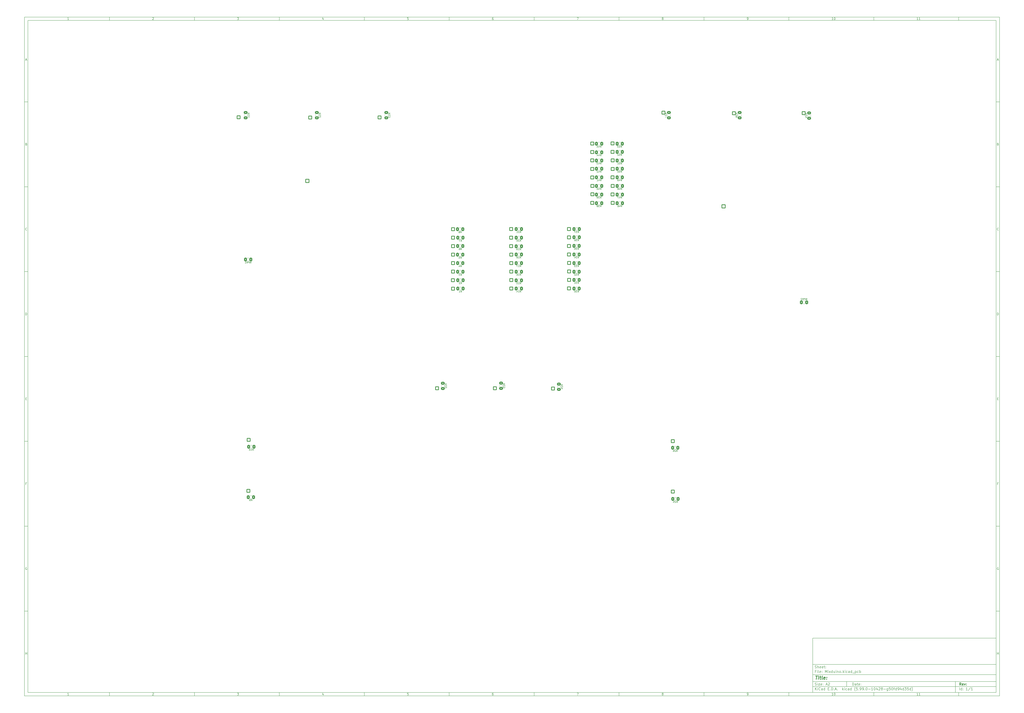
<source format=gbr>
%TF.GenerationSoftware,KiCad,Pcbnew,(5.99.0-10428-g50fd94d35d)*%
%TF.CreationDate,2021-04-27T03:38:52+02:00*%
%TF.ProjectId,Mixduino,4d697864-7569-46e6-9f2e-6b696361645f,rev?*%
%TF.SameCoordinates,Original*%
%TF.FileFunction,Legend,Bot*%
%TF.FilePolarity,Positive*%
%FSLAX46Y46*%
G04 Gerber Fmt 4.6, Leading zero omitted, Abs format (unit mm)*
G04 Created by KiCad (PCBNEW (5.99.0-10428-g50fd94d35d)) date 2021-04-27 03:38:52*
%MOMM*%
%LPD*%
G01*
G04 APERTURE LIST*
G04 Aperture macros list*
%AMRoundRect*
0 Rectangle with rounded corners*
0 $1 Rounding radius*
0 $2 $3 $4 $5 $6 $7 $8 $9 X,Y pos of 4 corners*
0 Add a 4 corners polygon primitive as box body*
4,1,4,$2,$3,$4,$5,$6,$7,$8,$9,$2,$3,0*
0 Add four circle primitives for the rounded corners*
1,1,$1+$1,$2,$3*
1,1,$1+$1,$4,$5*
1,1,$1+$1,$6,$7*
1,1,$1+$1,$8,$9*
0 Add four rect primitives between the rounded corners*
20,1,$1+$1,$2,$3,$4,$5,0*
20,1,$1+$1,$4,$5,$6,$7,0*
20,1,$1+$1,$6,$7,$8,$9,0*
20,1,$1+$1,$8,$9,$2,$3,0*%
G04 Aperture macros list end*
%ADD10C,0.100000*%
%ADD11C,0.150000*%
%ADD12C,0.300000*%
%ADD13C,0.400000*%
%ADD14C,0.120000*%
%ADD15C,4.000000*%
%ADD16C,6.800000*%
%ADD17RoundRect,0.200000X0.900000X0.900000X-0.900000X0.900000X-0.900000X-0.900000X0.900000X-0.900000X0*%
%ADD18C,2.200000*%
%ADD19C,2.400000*%
%ADD20O,2.000000X2.800000*%
%ADD21O,2.000000X2.862000*%
%ADD22C,3.600000*%
%ADD23C,4.400000*%
%ADD24C,1.924000*%
%ADD25RoundRect,0.200000X0.900000X-0.900000X0.900000X0.900000X-0.900000X0.900000X-0.900000X-0.900000X0*%
%ADD26RoundRect,0.200000X-0.900000X-0.900000X0.900000X-0.900000X0.900000X0.900000X-0.900000X0.900000X0*%
%ADD27RoundRect,0.200000X1.000000X-1.000000X1.000000X1.000000X-1.000000X1.000000X-1.000000X-1.000000X0*%
%ADD28RoundRect,0.200000X-0.900000X0.900000X-0.900000X-0.900000X0.900000X-0.900000X0.900000X0.900000X0*%
%ADD29O,2.127200X2.127200*%
%ADD30RoundRect,0.200000X-1.000000X1.000000X-1.000000X-1.000000X1.000000X-1.000000X1.000000X1.000000X0*%
%ADD31RoundRect,0.326923X-0.523077X-0.748077X0.523077X-0.748077X0.523077X0.748077X-0.523077X0.748077X0*%
%ADD32RoundRect,0.326923X0.748077X-0.523077X0.748077X0.523077X-0.748077X0.523077X-0.748077X-0.523077X0*%
%ADD33RoundRect,0.326923X-0.748077X0.523077X-0.748077X-0.523077X0.748077X-0.523077X0.748077X0.523077X0*%
%ADD34RoundRect,0.326923X0.523077X0.748077X-0.523077X0.748077X-0.523077X-0.748077X0.523077X-0.748077X0*%
G04 APERTURE END LIST*
D10*
D11*
X474004400Y-375989000D02*
X474004400Y-407989000D01*
X582004400Y-407989000D01*
X582004400Y-375989000D01*
X474004400Y-375989000D01*
D10*
D11*
X10000000Y-10000000D02*
X10000000Y-409989000D01*
X584004400Y-409989000D01*
X584004400Y-10000000D01*
X10000000Y-10000000D01*
D10*
D11*
X12000000Y-12000000D02*
X12000000Y-407989000D01*
X582004400Y-407989000D01*
X582004400Y-12000000D01*
X12000000Y-12000000D01*
D10*
D11*
X60000000Y-12000000D02*
X60000000Y-10000000D01*
D10*
D11*
X110000000Y-12000000D02*
X110000000Y-10000000D01*
D10*
D11*
X160000000Y-12000000D02*
X160000000Y-10000000D01*
D10*
D11*
X210000000Y-12000000D02*
X210000000Y-10000000D01*
D10*
D11*
X260000000Y-12000000D02*
X260000000Y-10000000D01*
D10*
D11*
X310000000Y-12000000D02*
X310000000Y-10000000D01*
D10*
D11*
X360000000Y-12000000D02*
X360000000Y-10000000D01*
D10*
D11*
X410000000Y-12000000D02*
X410000000Y-10000000D01*
D10*
D11*
X460000000Y-12000000D02*
X460000000Y-10000000D01*
D10*
D11*
X510000000Y-12000000D02*
X510000000Y-10000000D01*
D10*
D11*
X560000000Y-12000000D02*
X560000000Y-10000000D01*
D10*
D11*
X36065476Y-11588095D02*
X35322619Y-11588095D01*
X35694047Y-11588095D02*
X35694047Y-10288095D01*
X35570238Y-10473809D01*
X35446428Y-10597619D01*
X35322619Y-10659523D01*
D10*
D11*
X85322619Y-10411904D02*
X85384523Y-10350000D01*
X85508333Y-10288095D01*
X85817857Y-10288095D01*
X85941666Y-10350000D01*
X86003571Y-10411904D01*
X86065476Y-10535714D01*
X86065476Y-10659523D01*
X86003571Y-10845238D01*
X85260714Y-11588095D01*
X86065476Y-11588095D01*
D10*
D11*
X135260714Y-10288095D02*
X136065476Y-10288095D01*
X135632142Y-10783333D01*
X135817857Y-10783333D01*
X135941666Y-10845238D01*
X136003571Y-10907142D01*
X136065476Y-11030952D01*
X136065476Y-11340476D01*
X136003571Y-11464285D01*
X135941666Y-11526190D01*
X135817857Y-11588095D01*
X135446428Y-11588095D01*
X135322619Y-11526190D01*
X135260714Y-11464285D01*
D10*
D11*
X185941666Y-10721428D02*
X185941666Y-11588095D01*
X185632142Y-10226190D02*
X185322619Y-11154761D01*
X186127380Y-11154761D01*
D10*
D11*
X236003571Y-10288095D02*
X235384523Y-10288095D01*
X235322619Y-10907142D01*
X235384523Y-10845238D01*
X235508333Y-10783333D01*
X235817857Y-10783333D01*
X235941666Y-10845238D01*
X236003571Y-10907142D01*
X236065476Y-11030952D01*
X236065476Y-11340476D01*
X236003571Y-11464285D01*
X235941666Y-11526190D01*
X235817857Y-11588095D01*
X235508333Y-11588095D01*
X235384523Y-11526190D01*
X235322619Y-11464285D01*
D10*
D11*
X285941666Y-10288095D02*
X285694047Y-10288095D01*
X285570238Y-10350000D01*
X285508333Y-10411904D01*
X285384523Y-10597619D01*
X285322619Y-10845238D01*
X285322619Y-11340476D01*
X285384523Y-11464285D01*
X285446428Y-11526190D01*
X285570238Y-11588095D01*
X285817857Y-11588095D01*
X285941666Y-11526190D01*
X286003571Y-11464285D01*
X286065476Y-11340476D01*
X286065476Y-11030952D01*
X286003571Y-10907142D01*
X285941666Y-10845238D01*
X285817857Y-10783333D01*
X285570238Y-10783333D01*
X285446428Y-10845238D01*
X285384523Y-10907142D01*
X285322619Y-11030952D01*
D10*
D11*
X335260714Y-10288095D02*
X336127380Y-10288095D01*
X335570238Y-11588095D01*
D10*
D11*
X385570238Y-10845238D02*
X385446428Y-10783333D01*
X385384523Y-10721428D01*
X385322619Y-10597619D01*
X385322619Y-10535714D01*
X385384523Y-10411904D01*
X385446428Y-10350000D01*
X385570238Y-10288095D01*
X385817857Y-10288095D01*
X385941666Y-10350000D01*
X386003571Y-10411904D01*
X386065476Y-10535714D01*
X386065476Y-10597619D01*
X386003571Y-10721428D01*
X385941666Y-10783333D01*
X385817857Y-10845238D01*
X385570238Y-10845238D01*
X385446428Y-10907142D01*
X385384523Y-10969047D01*
X385322619Y-11092857D01*
X385322619Y-11340476D01*
X385384523Y-11464285D01*
X385446428Y-11526190D01*
X385570238Y-11588095D01*
X385817857Y-11588095D01*
X385941666Y-11526190D01*
X386003571Y-11464285D01*
X386065476Y-11340476D01*
X386065476Y-11092857D01*
X386003571Y-10969047D01*
X385941666Y-10907142D01*
X385817857Y-10845238D01*
D10*
D11*
X435446428Y-11588095D02*
X435694047Y-11588095D01*
X435817857Y-11526190D01*
X435879761Y-11464285D01*
X436003571Y-11278571D01*
X436065476Y-11030952D01*
X436065476Y-10535714D01*
X436003571Y-10411904D01*
X435941666Y-10350000D01*
X435817857Y-10288095D01*
X435570238Y-10288095D01*
X435446428Y-10350000D01*
X435384523Y-10411904D01*
X435322619Y-10535714D01*
X435322619Y-10845238D01*
X435384523Y-10969047D01*
X435446428Y-11030952D01*
X435570238Y-11092857D01*
X435817857Y-11092857D01*
X435941666Y-11030952D01*
X436003571Y-10969047D01*
X436065476Y-10845238D01*
D10*
D11*
X486065476Y-11588095D02*
X485322619Y-11588095D01*
X485694047Y-11588095D02*
X485694047Y-10288095D01*
X485570238Y-10473809D01*
X485446428Y-10597619D01*
X485322619Y-10659523D01*
X486870238Y-10288095D02*
X486994047Y-10288095D01*
X487117857Y-10350000D01*
X487179761Y-10411904D01*
X487241666Y-10535714D01*
X487303571Y-10783333D01*
X487303571Y-11092857D01*
X487241666Y-11340476D01*
X487179761Y-11464285D01*
X487117857Y-11526190D01*
X486994047Y-11588095D01*
X486870238Y-11588095D01*
X486746428Y-11526190D01*
X486684523Y-11464285D01*
X486622619Y-11340476D01*
X486560714Y-11092857D01*
X486560714Y-10783333D01*
X486622619Y-10535714D01*
X486684523Y-10411904D01*
X486746428Y-10350000D01*
X486870238Y-10288095D01*
D10*
D11*
X536065476Y-11588095D02*
X535322619Y-11588095D01*
X535694047Y-11588095D02*
X535694047Y-10288095D01*
X535570238Y-10473809D01*
X535446428Y-10597619D01*
X535322619Y-10659523D01*
X537303571Y-11588095D02*
X536560714Y-11588095D01*
X536932142Y-11588095D02*
X536932142Y-10288095D01*
X536808333Y-10473809D01*
X536684523Y-10597619D01*
X536560714Y-10659523D01*
D10*
D11*
X60000000Y-407989000D02*
X60000000Y-409989000D01*
D10*
D11*
X110000000Y-407989000D02*
X110000000Y-409989000D01*
D10*
D11*
X160000000Y-407989000D02*
X160000000Y-409989000D01*
D10*
D11*
X210000000Y-407989000D02*
X210000000Y-409989000D01*
D10*
D11*
X260000000Y-407989000D02*
X260000000Y-409989000D01*
D10*
D11*
X310000000Y-407989000D02*
X310000000Y-409989000D01*
D10*
D11*
X360000000Y-407989000D02*
X360000000Y-409989000D01*
D10*
D11*
X410000000Y-407989000D02*
X410000000Y-409989000D01*
D10*
D11*
X460000000Y-407989000D02*
X460000000Y-409989000D01*
D10*
D11*
X510000000Y-407989000D02*
X510000000Y-409989000D01*
D10*
D11*
X560000000Y-407989000D02*
X560000000Y-409989000D01*
D10*
D11*
X36065476Y-409577095D02*
X35322619Y-409577095D01*
X35694047Y-409577095D02*
X35694047Y-408277095D01*
X35570238Y-408462809D01*
X35446428Y-408586619D01*
X35322619Y-408648523D01*
D10*
D11*
X85322619Y-408400904D02*
X85384523Y-408339000D01*
X85508333Y-408277095D01*
X85817857Y-408277095D01*
X85941666Y-408339000D01*
X86003571Y-408400904D01*
X86065476Y-408524714D01*
X86065476Y-408648523D01*
X86003571Y-408834238D01*
X85260714Y-409577095D01*
X86065476Y-409577095D01*
D10*
D11*
X135260714Y-408277095D02*
X136065476Y-408277095D01*
X135632142Y-408772333D01*
X135817857Y-408772333D01*
X135941666Y-408834238D01*
X136003571Y-408896142D01*
X136065476Y-409019952D01*
X136065476Y-409329476D01*
X136003571Y-409453285D01*
X135941666Y-409515190D01*
X135817857Y-409577095D01*
X135446428Y-409577095D01*
X135322619Y-409515190D01*
X135260714Y-409453285D01*
D10*
D11*
X185941666Y-408710428D02*
X185941666Y-409577095D01*
X185632142Y-408215190D02*
X185322619Y-409143761D01*
X186127380Y-409143761D01*
D10*
D11*
X236003571Y-408277095D02*
X235384523Y-408277095D01*
X235322619Y-408896142D01*
X235384523Y-408834238D01*
X235508333Y-408772333D01*
X235817857Y-408772333D01*
X235941666Y-408834238D01*
X236003571Y-408896142D01*
X236065476Y-409019952D01*
X236065476Y-409329476D01*
X236003571Y-409453285D01*
X235941666Y-409515190D01*
X235817857Y-409577095D01*
X235508333Y-409577095D01*
X235384523Y-409515190D01*
X235322619Y-409453285D01*
D10*
D11*
X285941666Y-408277095D02*
X285694047Y-408277095D01*
X285570238Y-408339000D01*
X285508333Y-408400904D01*
X285384523Y-408586619D01*
X285322619Y-408834238D01*
X285322619Y-409329476D01*
X285384523Y-409453285D01*
X285446428Y-409515190D01*
X285570238Y-409577095D01*
X285817857Y-409577095D01*
X285941666Y-409515190D01*
X286003571Y-409453285D01*
X286065476Y-409329476D01*
X286065476Y-409019952D01*
X286003571Y-408896142D01*
X285941666Y-408834238D01*
X285817857Y-408772333D01*
X285570238Y-408772333D01*
X285446428Y-408834238D01*
X285384523Y-408896142D01*
X285322619Y-409019952D01*
D10*
D11*
X335260714Y-408277095D02*
X336127380Y-408277095D01*
X335570238Y-409577095D01*
D10*
D11*
X385570238Y-408834238D02*
X385446428Y-408772333D01*
X385384523Y-408710428D01*
X385322619Y-408586619D01*
X385322619Y-408524714D01*
X385384523Y-408400904D01*
X385446428Y-408339000D01*
X385570238Y-408277095D01*
X385817857Y-408277095D01*
X385941666Y-408339000D01*
X386003571Y-408400904D01*
X386065476Y-408524714D01*
X386065476Y-408586619D01*
X386003571Y-408710428D01*
X385941666Y-408772333D01*
X385817857Y-408834238D01*
X385570238Y-408834238D01*
X385446428Y-408896142D01*
X385384523Y-408958047D01*
X385322619Y-409081857D01*
X385322619Y-409329476D01*
X385384523Y-409453285D01*
X385446428Y-409515190D01*
X385570238Y-409577095D01*
X385817857Y-409577095D01*
X385941666Y-409515190D01*
X386003571Y-409453285D01*
X386065476Y-409329476D01*
X386065476Y-409081857D01*
X386003571Y-408958047D01*
X385941666Y-408896142D01*
X385817857Y-408834238D01*
D10*
D11*
X435446428Y-409577095D02*
X435694047Y-409577095D01*
X435817857Y-409515190D01*
X435879761Y-409453285D01*
X436003571Y-409267571D01*
X436065476Y-409019952D01*
X436065476Y-408524714D01*
X436003571Y-408400904D01*
X435941666Y-408339000D01*
X435817857Y-408277095D01*
X435570238Y-408277095D01*
X435446428Y-408339000D01*
X435384523Y-408400904D01*
X435322619Y-408524714D01*
X435322619Y-408834238D01*
X435384523Y-408958047D01*
X435446428Y-409019952D01*
X435570238Y-409081857D01*
X435817857Y-409081857D01*
X435941666Y-409019952D01*
X436003571Y-408958047D01*
X436065476Y-408834238D01*
D10*
D11*
X486065476Y-409577095D02*
X485322619Y-409577095D01*
X485694047Y-409577095D02*
X485694047Y-408277095D01*
X485570238Y-408462809D01*
X485446428Y-408586619D01*
X485322619Y-408648523D01*
X486870238Y-408277095D02*
X486994047Y-408277095D01*
X487117857Y-408339000D01*
X487179761Y-408400904D01*
X487241666Y-408524714D01*
X487303571Y-408772333D01*
X487303571Y-409081857D01*
X487241666Y-409329476D01*
X487179761Y-409453285D01*
X487117857Y-409515190D01*
X486994047Y-409577095D01*
X486870238Y-409577095D01*
X486746428Y-409515190D01*
X486684523Y-409453285D01*
X486622619Y-409329476D01*
X486560714Y-409081857D01*
X486560714Y-408772333D01*
X486622619Y-408524714D01*
X486684523Y-408400904D01*
X486746428Y-408339000D01*
X486870238Y-408277095D01*
D10*
D11*
X536065476Y-409577095D02*
X535322619Y-409577095D01*
X535694047Y-409577095D02*
X535694047Y-408277095D01*
X535570238Y-408462809D01*
X535446428Y-408586619D01*
X535322619Y-408648523D01*
X537303571Y-409577095D02*
X536560714Y-409577095D01*
X536932142Y-409577095D02*
X536932142Y-408277095D01*
X536808333Y-408462809D01*
X536684523Y-408586619D01*
X536560714Y-408648523D01*
D10*
D11*
X10000000Y-60000000D02*
X12000000Y-60000000D01*
D10*
D11*
X10000000Y-110000000D02*
X12000000Y-110000000D01*
D10*
D11*
X10000000Y-160000000D02*
X12000000Y-160000000D01*
D10*
D11*
X10000000Y-210000000D02*
X12000000Y-210000000D01*
D10*
D11*
X10000000Y-260000000D02*
X12000000Y-260000000D01*
D10*
D11*
X10000000Y-310000000D02*
X12000000Y-310000000D01*
D10*
D11*
X10000000Y-360000000D02*
X12000000Y-360000000D01*
D10*
D11*
X10690476Y-35216666D02*
X11309523Y-35216666D01*
X10566666Y-35588095D02*
X11000000Y-34288095D01*
X11433333Y-35588095D01*
D10*
D11*
X11092857Y-84907142D02*
X11278571Y-84969047D01*
X11340476Y-85030952D01*
X11402380Y-85154761D01*
X11402380Y-85340476D01*
X11340476Y-85464285D01*
X11278571Y-85526190D01*
X11154761Y-85588095D01*
X10659523Y-85588095D01*
X10659523Y-84288095D01*
X11092857Y-84288095D01*
X11216666Y-84350000D01*
X11278571Y-84411904D01*
X11340476Y-84535714D01*
X11340476Y-84659523D01*
X11278571Y-84783333D01*
X11216666Y-84845238D01*
X11092857Y-84907142D01*
X10659523Y-84907142D01*
D10*
D11*
X11402380Y-135464285D02*
X11340476Y-135526190D01*
X11154761Y-135588095D01*
X11030952Y-135588095D01*
X10845238Y-135526190D01*
X10721428Y-135402380D01*
X10659523Y-135278571D01*
X10597619Y-135030952D01*
X10597619Y-134845238D01*
X10659523Y-134597619D01*
X10721428Y-134473809D01*
X10845238Y-134350000D01*
X11030952Y-134288095D01*
X11154761Y-134288095D01*
X11340476Y-134350000D01*
X11402380Y-134411904D01*
D10*
D11*
X10659523Y-185588095D02*
X10659523Y-184288095D01*
X10969047Y-184288095D01*
X11154761Y-184350000D01*
X11278571Y-184473809D01*
X11340476Y-184597619D01*
X11402380Y-184845238D01*
X11402380Y-185030952D01*
X11340476Y-185278571D01*
X11278571Y-185402380D01*
X11154761Y-185526190D01*
X10969047Y-185588095D01*
X10659523Y-185588095D01*
D10*
D11*
X10721428Y-234907142D02*
X11154761Y-234907142D01*
X11340476Y-235588095D02*
X10721428Y-235588095D01*
X10721428Y-234288095D01*
X11340476Y-234288095D01*
D10*
D11*
X11185714Y-284907142D02*
X10752380Y-284907142D01*
X10752380Y-285588095D02*
X10752380Y-284288095D01*
X11371428Y-284288095D01*
D10*
D11*
X11340476Y-334350000D02*
X11216666Y-334288095D01*
X11030952Y-334288095D01*
X10845238Y-334350000D01*
X10721428Y-334473809D01*
X10659523Y-334597619D01*
X10597619Y-334845238D01*
X10597619Y-335030952D01*
X10659523Y-335278571D01*
X10721428Y-335402380D01*
X10845238Y-335526190D01*
X11030952Y-335588095D01*
X11154761Y-335588095D01*
X11340476Y-335526190D01*
X11402380Y-335464285D01*
X11402380Y-335030952D01*
X11154761Y-335030952D01*
D10*
D11*
X10628571Y-385588095D02*
X10628571Y-384288095D01*
X10628571Y-384907142D02*
X11371428Y-384907142D01*
X11371428Y-385588095D02*
X11371428Y-384288095D01*
D10*
D11*
X584004400Y-60000000D02*
X582004400Y-60000000D01*
D10*
D11*
X584004400Y-110000000D02*
X582004400Y-110000000D01*
D10*
D11*
X584004400Y-160000000D02*
X582004400Y-160000000D01*
D10*
D11*
X584004400Y-210000000D02*
X582004400Y-210000000D01*
D10*
D11*
X584004400Y-260000000D02*
X582004400Y-260000000D01*
D10*
D11*
X584004400Y-310000000D02*
X582004400Y-310000000D01*
D10*
D11*
X584004400Y-360000000D02*
X582004400Y-360000000D01*
D10*
D11*
X582694876Y-35216666D02*
X583313923Y-35216666D01*
X582571066Y-35588095D02*
X583004400Y-34288095D01*
X583437733Y-35588095D01*
D10*
D11*
X583097257Y-84907142D02*
X583282971Y-84969047D01*
X583344876Y-85030952D01*
X583406780Y-85154761D01*
X583406780Y-85340476D01*
X583344876Y-85464285D01*
X583282971Y-85526190D01*
X583159161Y-85588095D01*
X582663923Y-85588095D01*
X582663923Y-84288095D01*
X583097257Y-84288095D01*
X583221066Y-84350000D01*
X583282971Y-84411904D01*
X583344876Y-84535714D01*
X583344876Y-84659523D01*
X583282971Y-84783333D01*
X583221066Y-84845238D01*
X583097257Y-84907142D01*
X582663923Y-84907142D01*
D10*
D11*
X583406780Y-135464285D02*
X583344876Y-135526190D01*
X583159161Y-135588095D01*
X583035352Y-135588095D01*
X582849638Y-135526190D01*
X582725828Y-135402380D01*
X582663923Y-135278571D01*
X582602019Y-135030952D01*
X582602019Y-134845238D01*
X582663923Y-134597619D01*
X582725828Y-134473809D01*
X582849638Y-134350000D01*
X583035352Y-134288095D01*
X583159161Y-134288095D01*
X583344876Y-134350000D01*
X583406780Y-134411904D01*
D10*
D11*
X582663923Y-185588095D02*
X582663923Y-184288095D01*
X582973447Y-184288095D01*
X583159161Y-184350000D01*
X583282971Y-184473809D01*
X583344876Y-184597619D01*
X583406780Y-184845238D01*
X583406780Y-185030952D01*
X583344876Y-185278571D01*
X583282971Y-185402380D01*
X583159161Y-185526190D01*
X582973447Y-185588095D01*
X582663923Y-185588095D01*
D10*
D11*
X582725828Y-234907142D02*
X583159161Y-234907142D01*
X583344876Y-235588095D02*
X582725828Y-235588095D01*
X582725828Y-234288095D01*
X583344876Y-234288095D01*
D10*
D11*
X583190114Y-284907142D02*
X582756780Y-284907142D01*
X582756780Y-285588095D02*
X582756780Y-284288095D01*
X583375828Y-284288095D01*
D10*
D11*
X583344876Y-334350000D02*
X583221066Y-334288095D01*
X583035352Y-334288095D01*
X582849638Y-334350000D01*
X582725828Y-334473809D01*
X582663923Y-334597619D01*
X582602019Y-334845238D01*
X582602019Y-335030952D01*
X582663923Y-335278571D01*
X582725828Y-335402380D01*
X582849638Y-335526190D01*
X583035352Y-335588095D01*
X583159161Y-335588095D01*
X583344876Y-335526190D01*
X583406780Y-335464285D01*
X583406780Y-335030952D01*
X583159161Y-335030952D01*
D10*
D11*
X582632971Y-385588095D02*
X582632971Y-384288095D01*
X582632971Y-384907142D02*
X583375828Y-384907142D01*
X583375828Y-385588095D02*
X583375828Y-384288095D01*
D10*
D11*
X497436542Y-403767571D02*
X497436542Y-402267571D01*
X497793685Y-402267571D01*
X498007971Y-402339000D01*
X498150828Y-402481857D01*
X498222257Y-402624714D01*
X498293685Y-402910428D01*
X498293685Y-403124714D01*
X498222257Y-403410428D01*
X498150828Y-403553285D01*
X498007971Y-403696142D01*
X497793685Y-403767571D01*
X497436542Y-403767571D01*
X499579400Y-403767571D02*
X499579400Y-402981857D01*
X499507971Y-402839000D01*
X499365114Y-402767571D01*
X499079400Y-402767571D01*
X498936542Y-402839000D01*
X499579400Y-403696142D02*
X499436542Y-403767571D01*
X499079400Y-403767571D01*
X498936542Y-403696142D01*
X498865114Y-403553285D01*
X498865114Y-403410428D01*
X498936542Y-403267571D01*
X499079400Y-403196142D01*
X499436542Y-403196142D01*
X499579400Y-403124714D01*
X500079400Y-402767571D02*
X500650828Y-402767571D01*
X500293685Y-402267571D02*
X500293685Y-403553285D01*
X500365114Y-403696142D01*
X500507971Y-403767571D01*
X500650828Y-403767571D01*
X501722257Y-403696142D02*
X501579400Y-403767571D01*
X501293685Y-403767571D01*
X501150828Y-403696142D01*
X501079400Y-403553285D01*
X501079400Y-402981857D01*
X501150828Y-402839000D01*
X501293685Y-402767571D01*
X501579400Y-402767571D01*
X501722257Y-402839000D01*
X501793685Y-402981857D01*
X501793685Y-403124714D01*
X501079400Y-403267571D01*
X502436542Y-403624714D02*
X502507971Y-403696142D01*
X502436542Y-403767571D01*
X502365114Y-403696142D01*
X502436542Y-403624714D01*
X502436542Y-403767571D01*
X502436542Y-402839000D02*
X502507971Y-402910428D01*
X502436542Y-402981857D01*
X502365114Y-402910428D01*
X502436542Y-402839000D01*
X502436542Y-402981857D01*
D10*
D11*
X474004400Y-404489000D02*
X582004400Y-404489000D01*
D10*
D11*
X475436542Y-406567571D02*
X475436542Y-405067571D01*
X476293685Y-406567571D02*
X475650828Y-405710428D01*
X476293685Y-405067571D02*
X475436542Y-405924714D01*
X476936542Y-406567571D02*
X476936542Y-405567571D01*
X476936542Y-405067571D02*
X476865114Y-405139000D01*
X476936542Y-405210428D01*
X477007971Y-405139000D01*
X476936542Y-405067571D01*
X476936542Y-405210428D01*
X478507971Y-406424714D02*
X478436542Y-406496142D01*
X478222257Y-406567571D01*
X478079400Y-406567571D01*
X477865114Y-406496142D01*
X477722257Y-406353285D01*
X477650828Y-406210428D01*
X477579400Y-405924714D01*
X477579400Y-405710428D01*
X477650828Y-405424714D01*
X477722257Y-405281857D01*
X477865114Y-405139000D01*
X478079400Y-405067571D01*
X478222257Y-405067571D01*
X478436542Y-405139000D01*
X478507971Y-405210428D01*
X479793685Y-406567571D02*
X479793685Y-405781857D01*
X479722257Y-405639000D01*
X479579400Y-405567571D01*
X479293685Y-405567571D01*
X479150828Y-405639000D01*
X479793685Y-406496142D02*
X479650828Y-406567571D01*
X479293685Y-406567571D01*
X479150828Y-406496142D01*
X479079400Y-406353285D01*
X479079400Y-406210428D01*
X479150828Y-406067571D01*
X479293685Y-405996142D01*
X479650828Y-405996142D01*
X479793685Y-405924714D01*
X481150828Y-406567571D02*
X481150828Y-405067571D01*
X481150828Y-406496142D02*
X481007971Y-406567571D01*
X480722257Y-406567571D01*
X480579400Y-406496142D01*
X480507971Y-406424714D01*
X480436542Y-406281857D01*
X480436542Y-405853285D01*
X480507971Y-405710428D01*
X480579400Y-405639000D01*
X480722257Y-405567571D01*
X481007971Y-405567571D01*
X481150828Y-405639000D01*
X483007971Y-405781857D02*
X483507971Y-405781857D01*
X483722257Y-406567571D02*
X483007971Y-406567571D01*
X483007971Y-405067571D01*
X483722257Y-405067571D01*
X484365114Y-406424714D02*
X484436542Y-406496142D01*
X484365114Y-406567571D01*
X484293685Y-406496142D01*
X484365114Y-406424714D01*
X484365114Y-406567571D01*
X485079400Y-406567571D02*
X485079400Y-405067571D01*
X485436542Y-405067571D01*
X485650828Y-405139000D01*
X485793685Y-405281857D01*
X485865114Y-405424714D01*
X485936542Y-405710428D01*
X485936542Y-405924714D01*
X485865114Y-406210428D01*
X485793685Y-406353285D01*
X485650828Y-406496142D01*
X485436542Y-406567571D01*
X485079400Y-406567571D01*
X486579400Y-406424714D02*
X486650828Y-406496142D01*
X486579400Y-406567571D01*
X486507971Y-406496142D01*
X486579400Y-406424714D01*
X486579400Y-406567571D01*
X487222257Y-406139000D02*
X487936542Y-406139000D01*
X487079400Y-406567571D02*
X487579400Y-405067571D01*
X488079400Y-406567571D01*
X488579400Y-406424714D02*
X488650828Y-406496142D01*
X488579400Y-406567571D01*
X488507971Y-406496142D01*
X488579400Y-406424714D01*
X488579400Y-406567571D01*
X491579400Y-406567571D02*
X491579400Y-405067571D01*
X491722257Y-405996142D02*
X492150828Y-406567571D01*
X492150828Y-405567571D02*
X491579400Y-406139000D01*
X492793685Y-406567571D02*
X492793685Y-405567571D01*
X492793685Y-405067571D02*
X492722257Y-405139000D01*
X492793685Y-405210428D01*
X492865114Y-405139000D01*
X492793685Y-405067571D01*
X492793685Y-405210428D01*
X494150828Y-406496142D02*
X494007971Y-406567571D01*
X493722257Y-406567571D01*
X493579400Y-406496142D01*
X493507971Y-406424714D01*
X493436542Y-406281857D01*
X493436542Y-405853285D01*
X493507971Y-405710428D01*
X493579400Y-405639000D01*
X493722257Y-405567571D01*
X494007971Y-405567571D01*
X494150828Y-405639000D01*
X495436542Y-406567571D02*
X495436542Y-405781857D01*
X495365114Y-405639000D01*
X495222257Y-405567571D01*
X494936542Y-405567571D01*
X494793685Y-405639000D01*
X495436542Y-406496142D02*
X495293685Y-406567571D01*
X494936542Y-406567571D01*
X494793685Y-406496142D01*
X494722257Y-406353285D01*
X494722257Y-406210428D01*
X494793685Y-406067571D01*
X494936542Y-405996142D01*
X495293685Y-405996142D01*
X495436542Y-405924714D01*
X496793685Y-406567571D02*
X496793685Y-405067571D01*
X496793685Y-406496142D02*
X496650828Y-406567571D01*
X496365114Y-406567571D01*
X496222257Y-406496142D01*
X496150828Y-406424714D01*
X496079400Y-406281857D01*
X496079400Y-405853285D01*
X496150828Y-405710428D01*
X496222257Y-405639000D01*
X496365114Y-405567571D01*
X496650828Y-405567571D01*
X496793685Y-405639000D01*
X499079400Y-407139000D02*
X499007971Y-407067571D01*
X498865114Y-406853285D01*
X498793685Y-406710428D01*
X498722257Y-406496142D01*
X498650828Y-406139000D01*
X498650828Y-405853285D01*
X498722257Y-405496142D01*
X498793685Y-405281857D01*
X498865114Y-405139000D01*
X499007971Y-404924714D01*
X499079400Y-404853285D01*
X500365114Y-405067571D02*
X499650828Y-405067571D01*
X499579400Y-405781857D01*
X499650828Y-405710428D01*
X499793685Y-405639000D01*
X500150828Y-405639000D01*
X500293685Y-405710428D01*
X500365114Y-405781857D01*
X500436542Y-405924714D01*
X500436542Y-406281857D01*
X500365114Y-406424714D01*
X500293685Y-406496142D01*
X500150828Y-406567571D01*
X499793685Y-406567571D01*
X499650828Y-406496142D01*
X499579400Y-406424714D01*
X501079400Y-406424714D02*
X501150828Y-406496142D01*
X501079400Y-406567571D01*
X501007971Y-406496142D01*
X501079400Y-406424714D01*
X501079400Y-406567571D01*
X501865114Y-406567571D02*
X502150828Y-406567571D01*
X502293685Y-406496142D01*
X502365114Y-406424714D01*
X502507971Y-406210428D01*
X502579400Y-405924714D01*
X502579400Y-405353285D01*
X502507971Y-405210428D01*
X502436542Y-405139000D01*
X502293685Y-405067571D01*
X502007971Y-405067571D01*
X501865114Y-405139000D01*
X501793685Y-405210428D01*
X501722257Y-405353285D01*
X501722257Y-405710428D01*
X501793685Y-405853285D01*
X501865114Y-405924714D01*
X502007971Y-405996142D01*
X502293685Y-405996142D01*
X502436542Y-405924714D01*
X502507971Y-405853285D01*
X502579400Y-405710428D01*
X503293685Y-406567571D02*
X503579400Y-406567571D01*
X503722257Y-406496142D01*
X503793685Y-406424714D01*
X503936542Y-406210428D01*
X504007971Y-405924714D01*
X504007971Y-405353285D01*
X503936542Y-405210428D01*
X503865114Y-405139000D01*
X503722257Y-405067571D01*
X503436542Y-405067571D01*
X503293685Y-405139000D01*
X503222257Y-405210428D01*
X503150828Y-405353285D01*
X503150828Y-405710428D01*
X503222257Y-405853285D01*
X503293685Y-405924714D01*
X503436542Y-405996142D01*
X503722257Y-405996142D01*
X503865114Y-405924714D01*
X503936542Y-405853285D01*
X504007971Y-405710428D01*
X504650828Y-406424714D02*
X504722257Y-406496142D01*
X504650828Y-406567571D01*
X504579400Y-406496142D01*
X504650828Y-406424714D01*
X504650828Y-406567571D01*
X505650828Y-405067571D02*
X505793685Y-405067571D01*
X505936542Y-405139000D01*
X506007971Y-405210428D01*
X506079400Y-405353285D01*
X506150828Y-405639000D01*
X506150828Y-405996142D01*
X506079400Y-406281857D01*
X506007971Y-406424714D01*
X505936542Y-406496142D01*
X505793685Y-406567571D01*
X505650828Y-406567571D01*
X505507971Y-406496142D01*
X505436542Y-406424714D01*
X505365114Y-406281857D01*
X505293685Y-405996142D01*
X505293685Y-405639000D01*
X505365114Y-405353285D01*
X505436542Y-405210428D01*
X505507971Y-405139000D01*
X505650828Y-405067571D01*
X506793685Y-405996142D02*
X507936542Y-405996142D01*
X509436542Y-406567571D02*
X508579400Y-406567571D01*
X509007971Y-406567571D02*
X509007971Y-405067571D01*
X508865114Y-405281857D01*
X508722257Y-405424714D01*
X508579400Y-405496142D01*
X510365114Y-405067571D02*
X510507971Y-405067571D01*
X510650828Y-405139000D01*
X510722257Y-405210428D01*
X510793685Y-405353285D01*
X510865114Y-405639000D01*
X510865114Y-405996142D01*
X510793685Y-406281857D01*
X510722257Y-406424714D01*
X510650828Y-406496142D01*
X510507971Y-406567571D01*
X510365114Y-406567571D01*
X510222257Y-406496142D01*
X510150828Y-406424714D01*
X510079400Y-406281857D01*
X510007971Y-405996142D01*
X510007971Y-405639000D01*
X510079400Y-405353285D01*
X510150828Y-405210428D01*
X510222257Y-405139000D01*
X510365114Y-405067571D01*
X512150828Y-405567571D02*
X512150828Y-406567571D01*
X511793685Y-404996142D02*
X511436542Y-406067571D01*
X512365114Y-406067571D01*
X512865114Y-405210428D02*
X512936542Y-405139000D01*
X513079400Y-405067571D01*
X513436542Y-405067571D01*
X513579400Y-405139000D01*
X513650828Y-405210428D01*
X513722257Y-405353285D01*
X513722257Y-405496142D01*
X513650828Y-405710428D01*
X512793685Y-406567571D01*
X513722257Y-406567571D01*
X514579400Y-405710428D02*
X514436542Y-405639000D01*
X514365114Y-405567571D01*
X514293685Y-405424714D01*
X514293685Y-405353285D01*
X514365114Y-405210428D01*
X514436542Y-405139000D01*
X514579400Y-405067571D01*
X514865114Y-405067571D01*
X515007971Y-405139000D01*
X515079400Y-405210428D01*
X515150828Y-405353285D01*
X515150828Y-405424714D01*
X515079400Y-405567571D01*
X515007971Y-405639000D01*
X514865114Y-405710428D01*
X514579400Y-405710428D01*
X514436542Y-405781857D01*
X514365114Y-405853285D01*
X514293685Y-405996142D01*
X514293685Y-406281857D01*
X514365114Y-406424714D01*
X514436542Y-406496142D01*
X514579400Y-406567571D01*
X514865114Y-406567571D01*
X515007971Y-406496142D01*
X515079400Y-406424714D01*
X515150828Y-406281857D01*
X515150828Y-405996142D01*
X515079400Y-405853285D01*
X515007971Y-405781857D01*
X514865114Y-405710428D01*
X515793685Y-405996142D02*
X516936542Y-405996142D01*
X518293685Y-405567571D02*
X518293685Y-406781857D01*
X518222257Y-406924714D01*
X518150828Y-406996142D01*
X518007971Y-407067571D01*
X517793685Y-407067571D01*
X517650828Y-406996142D01*
X518293685Y-406496142D02*
X518150828Y-406567571D01*
X517865114Y-406567571D01*
X517722257Y-406496142D01*
X517650828Y-406424714D01*
X517579400Y-406281857D01*
X517579400Y-405853285D01*
X517650828Y-405710428D01*
X517722257Y-405639000D01*
X517865114Y-405567571D01*
X518150828Y-405567571D01*
X518293685Y-405639000D01*
X519722257Y-405067571D02*
X519007971Y-405067571D01*
X518936542Y-405781857D01*
X519007971Y-405710428D01*
X519150828Y-405639000D01*
X519507971Y-405639000D01*
X519650828Y-405710428D01*
X519722257Y-405781857D01*
X519793685Y-405924714D01*
X519793685Y-406281857D01*
X519722257Y-406424714D01*
X519650828Y-406496142D01*
X519507971Y-406567571D01*
X519150828Y-406567571D01*
X519007971Y-406496142D01*
X518936542Y-406424714D01*
X520722257Y-405067571D02*
X520865114Y-405067571D01*
X521007971Y-405139000D01*
X521079400Y-405210428D01*
X521150828Y-405353285D01*
X521222257Y-405639000D01*
X521222257Y-405996142D01*
X521150828Y-406281857D01*
X521079400Y-406424714D01*
X521007971Y-406496142D01*
X520865114Y-406567571D01*
X520722257Y-406567571D01*
X520579400Y-406496142D01*
X520507971Y-406424714D01*
X520436542Y-406281857D01*
X520365114Y-405996142D01*
X520365114Y-405639000D01*
X520436542Y-405353285D01*
X520507971Y-405210428D01*
X520579400Y-405139000D01*
X520722257Y-405067571D01*
X521650828Y-405567571D02*
X522222257Y-405567571D01*
X521865114Y-406567571D02*
X521865114Y-405281857D01*
X521936542Y-405139000D01*
X522079400Y-405067571D01*
X522222257Y-405067571D01*
X523365114Y-406567571D02*
X523365114Y-405067571D01*
X523365114Y-406496142D02*
X523222257Y-406567571D01*
X522936542Y-406567571D01*
X522793685Y-406496142D01*
X522722257Y-406424714D01*
X522650828Y-406281857D01*
X522650828Y-405853285D01*
X522722257Y-405710428D01*
X522793685Y-405639000D01*
X522936542Y-405567571D01*
X523222257Y-405567571D01*
X523365114Y-405639000D01*
X524150828Y-406567571D02*
X524436542Y-406567571D01*
X524579400Y-406496142D01*
X524650828Y-406424714D01*
X524793685Y-406210428D01*
X524865114Y-405924714D01*
X524865114Y-405353285D01*
X524793685Y-405210428D01*
X524722257Y-405139000D01*
X524579400Y-405067571D01*
X524293685Y-405067571D01*
X524150828Y-405139000D01*
X524079400Y-405210428D01*
X524007971Y-405353285D01*
X524007971Y-405710428D01*
X524079400Y-405853285D01*
X524150828Y-405924714D01*
X524293685Y-405996142D01*
X524579400Y-405996142D01*
X524722257Y-405924714D01*
X524793685Y-405853285D01*
X524865114Y-405710428D01*
X526150828Y-405567571D02*
X526150828Y-406567571D01*
X525793685Y-404996142D02*
X525436542Y-406067571D01*
X526365114Y-406067571D01*
X527579400Y-406567571D02*
X527579400Y-405067571D01*
X527579400Y-406496142D02*
X527436542Y-406567571D01*
X527150828Y-406567571D01*
X527007971Y-406496142D01*
X526936542Y-406424714D01*
X526865114Y-406281857D01*
X526865114Y-405853285D01*
X526936542Y-405710428D01*
X527007971Y-405639000D01*
X527150828Y-405567571D01*
X527436542Y-405567571D01*
X527579400Y-405639000D01*
X528150828Y-405067571D02*
X529079400Y-405067571D01*
X528579400Y-405639000D01*
X528793685Y-405639000D01*
X528936542Y-405710428D01*
X529007971Y-405781857D01*
X529079400Y-405924714D01*
X529079400Y-406281857D01*
X529007971Y-406424714D01*
X528936542Y-406496142D01*
X528793685Y-406567571D01*
X528365114Y-406567571D01*
X528222257Y-406496142D01*
X528150828Y-406424714D01*
X530436542Y-405067571D02*
X529722257Y-405067571D01*
X529650828Y-405781857D01*
X529722257Y-405710428D01*
X529865114Y-405639000D01*
X530222257Y-405639000D01*
X530365114Y-405710428D01*
X530436542Y-405781857D01*
X530507971Y-405924714D01*
X530507971Y-406281857D01*
X530436542Y-406424714D01*
X530365114Y-406496142D01*
X530222257Y-406567571D01*
X529865114Y-406567571D01*
X529722257Y-406496142D01*
X529650828Y-406424714D01*
X531793685Y-406567571D02*
X531793685Y-405067571D01*
X531793685Y-406496142D02*
X531650828Y-406567571D01*
X531365114Y-406567571D01*
X531222257Y-406496142D01*
X531150828Y-406424714D01*
X531079400Y-406281857D01*
X531079400Y-405853285D01*
X531150828Y-405710428D01*
X531222257Y-405639000D01*
X531365114Y-405567571D01*
X531650828Y-405567571D01*
X531793685Y-405639000D01*
X532365114Y-407139000D02*
X532436542Y-407067571D01*
X532579400Y-406853285D01*
X532650828Y-406710428D01*
X532722257Y-406496142D01*
X532793685Y-406139000D01*
X532793685Y-405853285D01*
X532722257Y-405496142D01*
X532650828Y-405281857D01*
X532579400Y-405139000D01*
X532436542Y-404924714D01*
X532365114Y-404853285D01*
D10*
D11*
X474004400Y-401489000D02*
X582004400Y-401489000D01*
D10*
D12*
X561413685Y-403767571D02*
X560913685Y-403053285D01*
X560556542Y-403767571D02*
X560556542Y-402267571D01*
X561127971Y-402267571D01*
X561270828Y-402339000D01*
X561342257Y-402410428D01*
X561413685Y-402553285D01*
X561413685Y-402767571D01*
X561342257Y-402910428D01*
X561270828Y-402981857D01*
X561127971Y-403053285D01*
X560556542Y-403053285D01*
X562627971Y-403696142D02*
X562485114Y-403767571D01*
X562199400Y-403767571D01*
X562056542Y-403696142D01*
X561985114Y-403553285D01*
X561985114Y-402981857D01*
X562056542Y-402839000D01*
X562199400Y-402767571D01*
X562485114Y-402767571D01*
X562627971Y-402839000D01*
X562699400Y-402981857D01*
X562699400Y-403124714D01*
X561985114Y-403267571D01*
X563199400Y-402767571D02*
X563556542Y-403767571D01*
X563913685Y-402767571D01*
X564485114Y-403624714D02*
X564556542Y-403696142D01*
X564485114Y-403767571D01*
X564413685Y-403696142D01*
X564485114Y-403624714D01*
X564485114Y-403767571D01*
X564485114Y-402839000D02*
X564556542Y-402910428D01*
X564485114Y-402981857D01*
X564413685Y-402910428D01*
X564485114Y-402839000D01*
X564485114Y-402981857D01*
D10*
D11*
X475365114Y-403696142D02*
X475579400Y-403767571D01*
X475936542Y-403767571D01*
X476079400Y-403696142D01*
X476150828Y-403624714D01*
X476222257Y-403481857D01*
X476222257Y-403339000D01*
X476150828Y-403196142D01*
X476079400Y-403124714D01*
X475936542Y-403053285D01*
X475650828Y-402981857D01*
X475507971Y-402910428D01*
X475436542Y-402839000D01*
X475365114Y-402696142D01*
X475365114Y-402553285D01*
X475436542Y-402410428D01*
X475507971Y-402339000D01*
X475650828Y-402267571D01*
X476007971Y-402267571D01*
X476222257Y-402339000D01*
X476865114Y-403767571D02*
X476865114Y-402767571D01*
X476865114Y-402267571D02*
X476793685Y-402339000D01*
X476865114Y-402410428D01*
X476936542Y-402339000D01*
X476865114Y-402267571D01*
X476865114Y-402410428D01*
X477436542Y-402767571D02*
X478222257Y-402767571D01*
X477436542Y-403767571D01*
X478222257Y-403767571D01*
X479365114Y-403696142D02*
X479222257Y-403767571D01*
X478936542Y-403767571D01*
X478793685Y-403696142D01*
X478722257Y-403553285D01*
X478722257Y-402981857D01*
X478793685Y-402839000D01*
X478936542Y-402767571D01*
X479222257Y-402767571D01*
X479365114Y-402839000D01*
X479436542Y-402981857D01*
X479436542Y-403124714D01*
X478722257Y-403267571D01*
X480079400Y-403624714D02*
X480150828Y-403696142D01*
X480079400Y-403767571D01*
X480007971Y-403696142D01*
X480079400Y-403624714D01*
X480079400Y-403767571D01*
X480079400Y-402839000D02*
X480150828Y-402910428D01*
X480079400Y-402981857D01*
X480007971Y-402910428D01*
X480079400Y-402839000D01*
X480079400Y-402981857D01*
X481865114Y-403339000D02*
X482579400Y-403339000D01*
X481722257Y-403767571D02*
X482222257Y-402267571D01*
X482722257Y-403767571D01*
X483150828Y-402410428D02*
X483222257Y-402339000D01*
X483365114Y-402267571D01*
X483722257Y-402267571D01*
X483865114Y-402339000D01*
X483936542Y-402410428D01*
X484007971Y-402553285D01*
X484007971Y-402696142D01*
X483936542Y-402910428D01*
X483079400Y-403767571D01*
X484007971Y-403767571D01*
D10*
D11*
X560436542Y-406567571D02*
X560436542Y-405067571D01*
X561793685Y-406567571D02*
X561793685Y-405067571D01*
X561793685Y-406496142D02*
X561650828Y-406567571D01*
X561365114Y-406567571D01*
X561222257Y-406496142D01*
X561150828Y-406424714D01*
X561079400Y-406281857D01*
X561079400Y-405853285D01*
X561150828Y-405710428D01*
X561222257Y-405639000D01*
X561365114Y-405567571D01*
X561650828Y-405567571D01*
X561793685Y-405639000D01*
X562507971Y-406424714D02*
X562579400Y-406496142D01*
X562507971Y-406567571D01*
X562436542Y-406496142D01*
X562507971Y-406424714D01*
X562507971Y-406567571D01*
X562507971Y-405639000D02*
X562579400Y-405710428D01*
X562507971Y-405781857D01*
X562436542Y-405710428D01*
X562507971Y-405639000D01*
X562507971Y-405781857D01*
X565150828Y-406567571D02*
X564293685Y-406567571D01*
X564722257Y-406567571D02*
X564722257Y-405067571D01*
X564579400Y-405281857D01*
X564436542Y-405424714D01*
X564293685Y-405496142D01*
X566865114Y-404996142D02*
X565579400Y-406924714D01*
X568150828Y-406567571D02*
X567293685Y-406567571D01*
X567722257Y-406567571D02*
X567722257Y-405067571D01*
X567579400Y-405281857D01*
X567436542Y-405424714D01*
X567293685Y-405496142D01*
D10*
D11*
X474004400Y-397489000D02*
X582004400Y-397489000D01*
D10*
D13*
X475716780Y-398193761D02*
X476859638Y-398193761D01*
X476038209Y-400193761D02*
X476288209Y-398193761D01*
X477276304Y-400193761D02*
X477442971Y-398860428D01*
X477526304Y-398193761D02*
X477419161Y-398289000D01*
X477502495Y-398384238D01*
X477609638Y-398289000D01*
X477526304Y-398193761D01*
X477502495Y-398384238D01*
X478109638Y-398860428D02*
X478871542Y-398860428D01*
X478478685Y-398193761D02*
X478264400Y-399908047D01*
X478335828Y-400098523D01*
X478514400Y-400193761D01*
X478704876Y-400193761D01*
X479657257Y-400193761D02*
X479478685Y-400098523D01*
X479407257Y-399908047D01*
X479621542Y-398193761D01*
X481192971Y-400098523D02*
X480990590Y-400193761D01*
X480609638Y-400193761D01*
X480431066Y-400098523D01*
X480359638Y-399908047D01*
X480454876Y-399146142D01*
X480573923Y-398955666D01*
X480776304Y-398860428D01*
X481157257Y-398860428D01*
X481335828Y-398955666D01*
X481407257Y-399146142D01*
X481383447Y-399336619D01*
X480407257Y-399527095D01*
X482157257Y-400003285D02*
X482240590Y-400098523D01*
X482133447Y-400193761D01*
X482050114Y-400098523D01*
X482157257Y-400003285D01*
X482133447Y-400193761D01*
X482288209Y-398955666D02*
X482371542Y-399050904D01*
X482264400Y-399146142D01*
X482181066Y-399050904D01*
X482288209Y-398955666D01*
X482264400Y-399146142D01*
D10*
D11*
X475936542Y-395581857D02*
X475436542Y-395581857D01*
X475436542Y-396367571D02*
X475436542Y-394867571D01*
X476150828Y-394867571D01*
X476722257Y-396367571D02*
X476722257Y-395367571D01*
X476722257Y-394867571D02*
X476650828Y-394939000D01*
X476722257Y-395010428D01*
X476793685Y-394939000D01*
X476722257Y-394867571D01*
X476722257Y-395010428D01*
X477650828Y-396367571D02*
X477507971Y-396296142D01*
X477436542Y-396153285D01*
X477436542Y-394867571D01*
X478793685Y-396296142D02*
X478650828Y-396367571D01*
X478365114Y-396367571D01*
X478222257Y-396296142D01*
X478150828Y-396153285D01*
X478150828Y-395581857D01*
X478222257Y-395439000D01*
X478365114Y-395367571D01*
X478650828Y-395367571D01*
X478793685Y-395439000D01*
X478865114Y-395581857D01*
X478865114Y-395724714D01*
X478150828Y-395867571D01*
X479507971Y-396224714D02*
X479579400Y-396296142D01*
X479507971Y-396367571D01*
X479436542Y-396296142D01*
X479507971Y-396224714D01*
X479507971Y-396367571D01*
X479507971Y-395439000D02*
X479579400Y-395510428D01*
X479507971Y-395581857D01*
X479436542Y-395510428D01*
X479507971Y-395439000D01*
X479507971Y-395581857D01*
X481365114Y-396367571D02*
X481365114Y-394867571D01*
X481865114Y-395939000D01*
X482365114Y-394867571D01*
X482365114Y-396367571D01*
X483079400Y-396367571D02*
X483079400Y-395367571D01*
X483079400Y-394867571D02*
X483007971Y-394939000D01*
X483079400Y-395010428D01*
X483150828Y-394939000D01*
X483079400Y-394867571D01*
X483079400Y-395010428D01*
X483650828Y-396367571D02*
X484436542Y-395367571D01*
X483650828Y-395367571D02*
X484436542Y-396367571D01*
X485650828Y-396367571D02*
X485650828Y-394867571D01*
X485650828Y-396296142D02*
X485507971Y-396367571D01*
X485222257Y-396367571D01*
X485079400Y-396296142D01*
X485007971Y-396224714D01*
X484936542Y-396081857D01*
X484936542Y-395653285D01*
X485007971Y-395510428D01*
X485079400Y-395439000D01*
X485222257Y-395367571D01*
X485507971Y-395367571D01*
X485650828Y-395439000D01*
X487007971Y-395367571D02*
X487007971Y-396367571D01*
X486365114Y-395367571D02*
X486365114Y-396153285D01*
X486436542Y-396296142D01*
X486579400Y-396367571D01*
X486793685Y-396367571D01*
X486936542Y-396296142D01*
X487007971Y-396224714D01*
X487722257Y-396367571D02*
X487722257Y-395367571D01*
X487722257Y-394867571D02*
X487650828Y-394939000D01*
X487722257Y-395010428D01*
X487793685Y-394939000D01*
X487722257Y-394867571D01*
X487722257Y-395010428D01*
X488436542Y-395367571D02*
X488436542Y-396367571D01*
X488436542Y-395510428D02*
X488507971Y-395439000D01*
X488650828Y-395367571D01*
X488865114Y-395367571D01*
X489007971Y-395439000D01*
X489079400Y-395581857D01*
X489079400Y-396367571D01*
X490007971Y-396367571D02*
X489865114Y-396296142D01*
X489793685Y-396224714D01*
X489722257Y-396081857D01*
X489722257Y-395653285D01*
X489793685Y-395510428D01*
X489865114Y-395439000D01*
X490007971Y-395367571D01*
X490222257Y-395367571D01*
X490365114Y-395439000D01*
X490436542Y-395510428D01*
X490507971Y-395653285D01*
X490507971Y-396081857D01*
X490436542Y-396224714D01*
X490365114Y-396296142D01*
X490222257Y-396367571D01*
X490007971Y-396367571D01*
X491150828Y-396224714D02*
X491222257Y-396296142D01*
X491150828Y-396367571D01*
X491079400Y-396296142D01*
X491150828Y-396224714D01*
X491150828Y-396367571D01*
X491865114Y-396367571D02*
X491865114Y-394867571D01*
X492007971Y-395796142D02*
X492436542Y-396367571D01*
X492436542Y-395367571D02*
X491865114Y-395939000D01*
X493079400Y-396367571D02*
X493079400Y-395367571D01*
X493079400Y-394867571D02*
X493007971Y-394939000D01*
X493079400Y-395010428D01*
X493150828Y-394939000D01*
X493079400Y-394867571D01*
X493079400Y-395010428D01*
X494436542Y-396296142D02*
X494293685Y-396367571D01*
X494007971Y-396367571D01*
X493865114Y-396296142D01*
X493793685Y-396224714D01*
X493722257Y-396081857D01*
X493722257Y-395653285D01*
X493793685Y-395510428D01*
X493865114Y-395439000D01*
X494007971Y-395367571D01*
X494293685Y-395367571D01*
X494436542Y-395439000D01*
X495722257Y-396367571D02*
X495722257Y-395581857D01*
X495650828Y-395439000D01*
X495507971Y-395367571D01*
X495222257Y-395367571D01*
X495079400Y-395439000D01*
X495722257Y-396296142D02*
X495579400Y-396367571D01*
X495222257Y-396367571D01*
X495079400Y-396296142D01*
X495007971Y-396153285D01*
X495007971Y-396010428D01*
X495079400Y-395867571D01*
X495222257Y-395796142D01*
X495579400Y-395796142D01*
X495722257Y-395724714D01*
X497079400Y-396367571D02*
X497079400Y-394867571D01*
X497079400Y-396296142D02*
X496936542Y-396367571D01*
X496650828Y-396367571D01*
X496507971Y-396296142D01*
X496436542Y-396224714D01*
X496365114Y-396081857D01*
X496365114Y-395653285D01*
X496436542Y-395510428D01*
X496507971Y-395439000D01*
X496650828Y-395367571D01*
X496936542Y-395367571D01*
X497079400Y-395439000D01*
X497436542Y-396510428D02*
X498579400Y-396510428D01*
X498936542Y-395367571D02*
X498936542Y-396867571D01*
X498936542Y-395439000D02*
X499079400Y-395367571D01*
X499365114Y-395367571D01*
X499507971Y-395439000D01*
X499579400Y-395510428D01*
X499650828Y-395653285D01*
X499650828Y-396081857D01*
X499579400Y-396224714D01*
X499507971Y-396296142D01*
X499365114Y-396367571D01*
X499079400Y-396367571D01*
X498936542Y-396296142D01*
X500936542Y-396296142D02*
X500793685Y-396367571D01*
X500507971Y-396367571D01*
X500365114Y-396296142D01*
X500293685Y-396224714D01*
X500222257Y-396081857D01*
X500222257Y-395653285D01*
X500293685Y-395510428D01*
X500365114Y-395439000D01*
X500507971Y-395367571D01*
X500793685Y-395367571D01*
X500936542Y-395439000D01*
X501579400Y-396367571D02*
X501579400Y-394867571D01*
X501579400Y-395439000D02*
X501722257Y-395367571D01*
X502007971Y-395367571D01*
X502150828Y-395439000D01*
X502222257Y-395510428D01*
X502293685Y-395653285D01*
X502293685Y-396081857D01*
X502222257Y-396224714D01*
X502150828Y-396296142D01*
X502007971Y-396367571D01*
X501722257Y-396367571D01*
X501579400Y-396296142D01*
D10*
D11*
X474004400Y-391489000D02*
X582004400Y-391489000D01*
D10*
D11*
X475365114Y-393596142D02*
X475579400Y-393667571D01*
X475936542Y-393667571D01*
X476079400Y-393596142D01*
X476150828Y-393524714D01*
X476222257Y-393381857D01*
X476222257Y-393239000D01*
X476150828Y-393096142D01*
X476079400Y-393024714D01*
X475936542Y-392953285D01*
X475650828Y-392881857D01*
X475507971Y-392810428D01*
X475436542Y-392739000D01*
X475365114Y-392596142D01*
X475365114Y-392453285D01*
X475436542Y-392310428D01*
X475507971Y-392239000D01*
X475650828Y-392167571D01*
X476007971Y-392167571D01*
X476222257Y-392239000D01*
X476865114Y-393667571D02*
X476865114Y-392167571D01*
X477507971Y-393667571D02*
X477507971Y-392881857D01*
X477436542Y-392739000D01*
X477293685Y-392667571D01*
X477079400Y-392667571D01*
X476936542Y-392739000D01*
X476865114Y-392810428D01*
X478793685Y-393596142D02*
X478650828Y-393667571D01*
X478365114Y-393667571D01*
X478222257Y-393596142D01*
X478150828Y-393453285D01*
X478150828Y-392881857D01*
X478222257Y-392739000D01*
X478365114Y-392667571D01*
X478650828Y-392667571D01*
X478793685Y-392739000D01*
X478865114Y-392881857D01*
X478865114Y-393024714D01*
X478150828Y-393167571D01*
X480079400Y-393596142D02*
X479936542Y-393667571D01*
X479650828Y-393667571D01*
X479507971Y-393596142D01*
X479436542Y-393453285D01*
X479436542Y-392881857D01*
X479507971Y-392739000D01*
X479650828Y-392667571D01*
X479936542Y-392667571D01*
X480079400Y-392739000D01*
X480150828Y-392881857D01*
X480150828Y-393024714D01*
X479436542Y-393167571D01*
X480579400Y-392667571D02*
X481150828Y-392667571D01*
X480793685Y-392167571D02*
X480793685Y-393453285D01*
X480865114Y-393596142D01*
X481007971Y-393667571D01*
X481150828Y-393667571D01*
X481650828Y-393524714D02*
X481722257Y-393596142D01*
X481650828Y-393667571D01*
X481579400Y-393596142D01*
X481650828Y-393524714D01*
X481650828Y-393667571D01*
X481650828Y-392739000D02*
X481722257Y-392810428D01*
X481650828Y-392881857D01*
X481579400Y-392810428D01*
X481650828Y-392739000D01*
X481650828Y-392881857D01*
D10*
D12*
D10*
D11*
D10*
D11*
D10*
D11*
D10*
D11*
D10*
D11*
X494004400Y-401489000D02*
X494004400Y-404489000D01*
D10*
D11*
X558004400Y-401489000D02*
X558004400Y-407989000D01*
%TO.C,R1*%
X266806666Y-172198380D02*
X267140000Y-171722190D01*
X267378095Y-172198380D02*
X267378095Y-171198380D01*
X266997142Y-171198380D01*
X266901904Y-171246000D01*
X266854285Y-171293619D01*
X266806666Y-171388857D01*
X266806666Y-171531714D01*
X266854285Y-171626952D01*
X266901904Y-171674571D01*
X266997142Y-171722190D01*
X267378095Y-171722190D01*
X265854285Y-172198380D02*
X266425714Y-172198380D01*
X266140000Y-172198380D02*
X266140000Y-171198380D01*
X266235238Y-171341238D01*
X266330476Y-171436476D01*
X266425714Y-171484095D01*
%TO.C,R52*%
X361042857Y-91680380D02*
X361376190Y-91204190D01*
X361614285Y-91680380D02*
X361614285Y-90680380D01*
X361233333Y-90680380D01*
X361138095Y-90728000D01*
X361090476Y-90775619D01*
X361042857Y-90870857D01*
X361042857Y-91013714D01*
X361090476Y-91108952D01*
X361138095Y-91156571D01*
X361233333Y-91204190D01*
X361614285Y-91204190D01*
X360138095Y-90680380D02*
X360614285Y-90680380D01*
X360661904Y-91156571D01*
X360614285Y-91108952D01*
X360519047Y-91061333D01*
X360280952Y-91061333D01*
X360185714Y-91108952D01*
X360138095Y-91156571D01*
X360090476Y-91251809D01*
X360090476Y-91489904D01*
X360138095Y-91585142D01*
X360185714Y-91632761D01*
X360280952Y-91680380D01*
X360519047Y-91680380D01*
X360614285Y-91632761D01*
X360661904Y-91585142D01*
X359709523Y-90775619D02*
X359661904Y-90728000D01*
X359566666Y-90680380D01*
X359328571Y-90680380D01*
X359233333Y-90728000D01*
X359185714Y-90775619D01*
X359138095Y-90870857D01*
X359138095Y-90966095D01*
X359185714Y-91108952D01*
X359757142Y-91680380D01*
X359138095Y-91680380D01*
%TO.C,R11*%
X142480380Y-67175142D02*
X142004190Y-66841809D01*
X142480380Y-66603714D02*
X141480380Y-66603714D01*
X141480380Y-66984666D01*
X141528000Y-67079904D01*
X141575619Y-67127523D01*
X141670857Y-67175142D01*
X141813714Y-67175142D01*
X141908952Y-67127523D01*
X141956571Y-67079904D01*
X142004190Y-66984666D01*
X142004190Y-66603714D01*
X142480380Y-68127523D02*
X142480380Y-67556095D01*
X142480380Y-67841809D02*
X141480380Y-67841809D01*
X141623238Y-67746571D01*
X141718476Y-67651333D01*
X141766095Y-67556095D01*
X142480380Y-69079904D02*
X142480380Y-68508476D01*
X142480380Y-68794190D02*
X141480380Y-68794190D01*
X141623238Y-68698952D01*
X141718476Y-68603714D01*
X141766095Y-68508476D01*
%TO.C,R21*%
X301642857Y-137146380D02*
X301976190Y-136670190D01*
X302214285Y-137146380D02*
X302214285Y-136146380D01*
X301833333Y-136146380D01*
X301738095Y-136194000D01*
X301690476Y-136241619D01*
X301642857Y-136336857D01*
X301642857Y-136479714D01*
X301690476Y-136574952D01*
X301738095Y-136622571D01*
X301833333Y-136670190D01*
X302214285Y-136670190D01*
X301261904Y-136241619D02*
X301214285Y-136194000D01*
X301119047Y-136146380D01*
X300880952Y-136146380D01*
X300785714Y-136194000D01*
X300738095Y-136241619D01*
X300690476Y-136336857D01*
X300690476Y-136432095D01*
X300738095Y-136574952D01*
X301309523Y-137146380D01*
X300690476Y-137146380D01*
X299738095Y-137146380D02*
X300309523Y-137146380D01*
X300023809Y-137146380D02*
X300023809Y-136146380D01*
X300119047Y-136289238D01*
X300214285Y-136384476D01*
X300309523Y-136432095D01*
%TO.C,R25*%
X393834857Y-296150380D02*
X394168190Y-295674190D01*
X394406285Y-296150380D02*
X394406285Y-295150380D01*
X394025333Y-295150380D01*
X393930095Y-295198000D01*
X393882476Y-295245619D01*
X393834857Y-295340857D01*
X393834857Y-295483714D01*
X393882476Y-295578952D01*
X393930095Y-295626571D01*
X394025333Y-295674190D01*
X394406285Y-295674190D01*
X393453904Y-295245619D02*
X393406285Y-295198000D01*
X393311047Y-295150380D01*
X393072952Y-295150380D01*
X392977714Y-295198000D01*
X392930095Y-295245619D01*
X392882476Y-295340857D01*
X392882476Y-295436095D01*
X392930095Y-295578952D01*
X393501523Y-296150380D01*
X392882476Y-296150380D01*
X391977714Y-295150380D02*
X392453904Y-295150380D01*
X392501523Y-295626571D01*
X392453904Y-295578952D01*
X392358666Y-295531333D01*
X392120571Y-295531333D01*
X392025333Y-295578952D01*
X391977714Y-295626571D01*
X391930095Y-295721809D01*
X391930095Y-295959904D01*
X391977714Y-296055142D01*
X392025333Y-296102761D01*
X392120571Y-296150380D01*
X392358666Y-296150380D01*
X392453904Y-296102761D01*
X392501523Y-296055142D01*
%TO.C,R50*%
X361042857Y-101586380D02*
X361376190Y-101110190D01*
X361614285Y-101586380D02*
X361614285Y-100586380D01*
X361233333Y-100586380D01*
X361138095Y-100634000D01*
X361090476Y-100681619D01*
X361042857Y-100776857D01*
X361042857Y-100919714D01*
X361090476Y-101014952D01*
X361138095Y-101062571D01*
X361233333Y-101110190D01*
X361614285Y-101110190D01*
X360138095Y-100586380D02*
X360614285Y-100586380D01*
X360661904Y-101062571D01*
X360614285Y-101014952D01*
X360519047Y-100967333D01*
X360280952Y-100967333D01*
X360185714Y-101014952D01*
X360138095Y-101062571D01*
X360090476Y-101157809D01*
X360090476Y-101395904D01*
X360138095Y-101491142D01*
X360185714Y-101538761D01*
X360280952Y-101586380D01*
X360519047Y-101586380D01*
X360614285Y-101538761D01*
X360661904Y-101491142D01*
X359471428Y-100586380D02*
X359376190Y-100586380D01*
X359280952Y-100634000D01*
X359233333Y-100681619D01*
X359185714Y-100776857D01*
X359138095Y-100967333D01*
X359138095Y-101205428D01*
X359185714Y-101395904D01*
X359233333Y-101491142D01*
X359280952Y-101538761D01*
X359376190Y-101586380D01*
X359471428Y-101586380D01*
X359566666Y-101538761D01*
X359614285Y-101491142D01*
X359661904Y-101395904D01*
X359709523Y-101205428D01*
X359709523Y-100967333D01*
X359661904Y-100776857D01*
X359614285Y-100681619D01*
X359566666Y-100634000D01*
X359471428Y-100586380D01*
%TO.C,NPR1*%
X143401904Y-155102380D02*
X143401904Y-154102380D01*
X142830476Y-155102380D01*
X142830476Y-154102380D01*
X142354285Y-155102380D02*
X142354285Y-154102380D01*
X141973333Y-154102380D01*
X141878095Y-154150000D01*
X141830476Y-154197619D01*
X141782857Y-154292857D01*
X141782857Y-154435714D01*
X141830476Y-154530952D01*
X141878095Y-154578571D01*
X141973333Y-154626190D01*
X142354285Y-154626190D01*
X140782857Y-155102380D02*
X141116190Y-154626190D01*
X141354285Y-155102380D02*
X141354285Y-154102380D01*
X140973333Y-154102380D01*
X140878095Y-154150000D01*
X140830476Y-154197619D01*
X140782857Y-154292857D01*
X140782857Y-154435714D01*
X140830476Y-154530952D01*
X140878095Y-154578571D01*
X140973333Y-154626190D01*
X141354285Y-154626190D01*
X139830476Y-155102380D02*
X140401904Y-155102380D01*
X140116190Y-155102380D02*
X140116190Y-154102380D01*
X140211428Y-154245238D01*
X140306666Y-154340476D01*
X140401904Y-154388095D01*
%TO.C,R26*%
X393723857Y-266046380D02*
X394057190Y-265570190D01*
X394295285Y-266046380D02*
X394295285Y-265046380D01*
X393914333Y-265046380D01*
X393819095Y-265094000D01*
X393771476Y-265141619D01*
X393723857Y-265236857D01*
X393723857Y-265379714D01*
X393771476Y-265474952D01*
X393819095Y-265522571D01*
X393914333Y-265570190D01*
X394295285Y-265570190D01*
X393342904Y-265141619D02*
X393295285Y-265094000D01*
X393200047Y-265046380D01*
X392961952Y-265046380D01*
X392866714Y-265094000D01*
X392819095Y-265141619D01*
X392771476Y-265236857D01*
X392771476Y-265332095D01*
X392819095Y-265474952D01*
X393390523Y-266046380D01*
X392771476Y-266046380D01*
X391914333Y-265046380D02*
X392104809Y-265046380D01*
X392200047Y-265094000D01*
X392247666Y-265141619D01*
X392342904Y-265284476D01*
X392390523Y-265474952D01*
X392390523Y-265855904D01*
X392342904Y-265951142D01*
X392295285Y-265998761D01*
X392200047Y-266046380D01*
X392009571Y-266046380D01*
X391914333Y-265998761D01*
X391866714Y-265951142D01*
X391819095Y-265855904D01*
X391819095Y-265617809D01*
X391866714Y-265522571D01*
X391914333Y-265474952D01*
X392009571Y-265427333D01*
X392200047Y-265427333D01*
X392295285Y-265474952D01*
X392342904Y-265522571D01*
X392390523Y-265617809D01*
%TO.C,R34*%
X335642857Y-152132380D02*
X335976190Y-151656190D01*
X336214285Y-152132380D02*
X336214285Y-151132380D01*
X335833333Y-151132380D01*
X335738095Y-151180000D01*
X335690476Y-151227619D01*
X335642857Y-151322857D01*
X335642857Y-151465714D01*
X335690476Y-151560952D01*
X335738095Y-151608571D01*
X335833333Y-151656190D01*
X336214285Y-151656190D01*
X335309523Y-151132380D02*
X334690476Y-151132380D01*
X335023809Y-151513333D01*
X334880952Y-151513333D01*
X334785714Y-151560952D01*
X334738095Y-151608571D01*
X334690476Y-151703809D01*
X334690476Y-151941904D01*
X334738095Y-152037142D01*
X334785714Y-152084761D01*
X334880952Y-152132380D01*
X335166666Y-152132380D01*
X335261904Y-152084761D01*
X335309523Y-152037142D01*
X333833333Y-151465714D02*
X333833333Y-152132380D01*
X334071428Y-151084761D02*
X334309523Y-151799047D01*
X333690476Y-151799047D01*
%TO.C,R14*%
X301642857Y-172198380D02*
X301976190Y-171722190D01*
X302214285Y-172198380D02*
X302214285Y-171198380D01*
X301833333Y-171198380D01*
X301738095Y-171246000D01*
X301690476Y-171293619D01*
X301642857Y-171388857D01*
X301642857Y-171531714D01*
X301690476Y-171626952D01*
X301738095Y-171674571D01*
X301833333Y-171722190D01*
X302214285Y-171722190D01*
X300690476Y-172198380D02*
X301261904Y-172198380D01*
X300976190Y-172198380D02*
X300976190Y-171198380D01*
X301071428Y-171341238D01*
X301166666Y-171436476D01*
X301261904Y-171484095D01*
X299833333Y-171531714D02*
X299833333Y-172198380D01*
X300071428Y-171150761D02*
X300309523Y-171865047D01*
X299690476Y-171865047D01*
%TO.C,R37*%
X335668857Y-137146380D02*
X336002190Y-136670190D01*
X336240285Y-137146380D02*
X336240285Y-136146380D01*
X335859333Y-136146380D01*
X335764095Y-136194000D01*
X335716476Y-136241619D01*
X335668857Y-136336857D01*
X335668857Y-136479714D01*
X335716476Y-136574952D01*
X335764095Y-136622571D01*
X335859333Y-136670190D01*
X336240285Y-136670190D01*
X335335523Y-136146380D02*
X334716476Y-136146380D01*
X335049809Y-136527333D01*
X334906952Y-136527333D01*
X334811714Y-136574952D01*
X334764095Y-136622571D01*
X334716476Y-136717809D01*
X334716476Y-136955904D01*
X334764095Y-137051142D01*
X334811714Y-137098761D01*
X334906952Y-137146380D01*
X335192666Y-137146380D01*
X335287904Y-137098761D01*
X335335523Y-137051142D01*
X334383142Y-136146380D02*
X333716476Y-136146380D01*
X334145047Y-137146380D01*
%TO.C,R43*%
X348876857Y-96760380D02*
X349210190Y-96284190D01*
X349448285Y-96760380D02*
X349448285Y-95760380D01*
X349067333Y-95760380D01*
X348972095Y-95808000D01*
X348924476Y-95855619D01*
X348876857Y-95950857D01*
X348876857Y-96093714D01*
X348924476Y-96188952D01*
X348972095Y-96236571D01*
X349067333Y-96284190D01*
X349448285Y-96284190D01*
X348019714Y-96093714D02*
X348019714Y-96760380D01*
X348257809Y-95712761D02*
X348495904Y-96427047D01*
X347876857Y-96427047D01*
X347591142Y-95760380D02*
X346972095Y-95760380D01*
X347305428Y-96141333D01*
X347162571Y-96141333D01*
X347067333Y-96188952D01*
X347019714Y-96236571D01*
X346972095Y-96331809D01*
X346972095Y-96569904D01*
X347019714Y-96665142D01*
X347067333Y-96712761D01*
X347162571Y-96760380D01*
X347448285Y-96760380D01*
X347543523Y-96712761D01*
X347591142Y-96665142D01*
%TO.C,R45*%
X348876857Y-86854380D02*
X349210190Y-86378190D01*
X349448285Y-86854380D02*
X349448285Y-85854380D01*
X349067333Y-85854380D01*
X348972095Y-85902000D01*
X348924476Y-85949619D01*
X348876857Y-86044857D01*
X348876857Y-86187714D01*
X348924476Y-86282952D01*
X348972095Y-86330571D01*
X349067333Y-86378190D01*
X349448285Y-86378190D01*
X348019714Y-86187714D02*
X348019714Y-86854380D01*
X348257809Y-85806761D02*
X348495904Y-86521047D01*
X347876857Y-86521047D01*
X347019714Y-85854380D02*
X347495904Y-85854380D01*
X347543523Y-86330571D01*
X347495904Y-86282952D01*
X347400666Y-86235333D01*
X347162571Y-86235333D01*
X347067333Y-86282952D01*
X347019714Y-86330571D01*
X346972095Y-86425809D01*
X346972095Y-86663904D01*
X347019714Y-86759142D01*
X347067333Y-86806761D01*
X347162571Y-86854380D01*
X347400666Y-86854380D01*
X347495904Y-86806761D01*
X347543523Y-86759142D01*
%TO.C,R38*%
X348876857Y-121906380D02*
X349210190Y-121430190D01*
X349448285Y-121906380D02*
X349448285Y-120906380D01*
X349067333Y-120906380D01*
X348972095Y-120954000D01*
X348924476Y-121001619D01*
X348876857Y-121096857D01*
X348876857Y-121239714D01*
X348924476Y-121334952D01*
X348972095Y-121382571D01*
X349067333Y-121430190D01*
X349448285Y-121430190D01*
X348543523Y-120906380D02*
X347924476Y-120906380D01*
X348257809Y-121287333D01*
X348114952Y-121287333D01*
X348019714Y-121334952D01*
X347972095Y-121382571D01*
X347924476Y-121477809D01*
X347924476Y-121715904D01*
X347972095Y-121811142D01*
X348019714Y-121858761D01*
X348114952Y-121906380D01*
X348400666Y-121906380D01*
X348495904Y-121858761D01*
X348543523Y-121811142D01*
X347353047Y-121334952D02*
X347448285Y-121287333D01*
X347495904Y-121239714D01*
X347543523Y-121144476D01*
X347543523Y-121096857D01*
X347495904Y-121001619D01*
X347448285Y-120954000D01*
X347353047Y-120906380D01*
X347162571Y-120906380D01*
X347067333Y-120954000D01*
X347019714Y-121001619D01*
X346972095Y-121096857D01*
X346972095Y-121144476D01*
X347019714Y-121239714D01*
X347067333Y-121287333D01*
X347162571Y-121334952D01*
X347353047Y-121334952D01*
X347448285Y-121382571D01*
X347495904Y-121430190D01*
X347543523Y-121525428D01*
X347543523Y-121715904D01*
X347495904Y-121811142D01*
X347448285Y-121858761D01*
X347353047Y-121906380D01*
X347162571Y-121906380D01*
X347067333Y-121858761D01*
X347019714Y-121811142D01*
X346972095Y-121715904D01*
X346972095Y-121525428D01*
X347019714Y-121430190D01*
X347067333Y-121382571D01*
X347162571Y-121334952D01*
%TO.C,R41*%
X348876857Y-106666380D02*
X349210190Y-106190190D01*
X349448285Y-106666380D02*
X349448285Y-105666380D01*
X349067333Y-105666380D01*
X348972095Y-105714000D01*
X348924476Y-105761619D01*
X348876857Y-105856857D01*
X348876857Y-105999714D01*
X348924476Y-106094952D01*
X348972095Y-106142571D01*
X349067333Y-106190190D01*
X349448285Y-106190190D01*
X348019714Y-105999714D02*
X348019714Y-106666380D01*
X348257809Y-105618761D02*
X348495904Y-106333047D01*
X347876857Y-106333047D01*
X346972095Y-106666380D02*
X347543523Y-106666380D01*
X347257809Y-106666380D02*
X347257809Y-105666380D01*
X347353047Y-105809238D01*
X347448285Y-105904476D01*
X347543523Y-105952095D01*
%TO.C,R7*%
X266752666Y-142302380D02*
X267086000Y-141826190D01*
X267324095Y-142302380D02*
X267324095Y-141302380D01*
X266943142Y-141302380D01*
X266847904Y-141350000D01*
X266800285Y-141397619D01*
X266752666Y-141492857D01*
X266752666Y-141635714D01*
X266800285Y-141730952D01*
X266847904Y-141778571D01*
X266943142Y-141826190D01*
X267324095Y-141826190D01*
X266419333Y-141302380D02*
X265752666Y-141302380D01*
X266181238Y-142302380D01*
%TO.C,R4*%
X266682666Y-157272380D02*
X267016000Y-156796190D01*
X267254095Y-157272380D02*
X267254095Y-156272380D01*
X266873142Y-156272380D01*
X266777904Y-156320000D01*
X266730285Y-156367619D01*
X266682666Y-156462857D01*
X266682666Y-156605714D01*
X266730285Y-156700952D01*
X266777904Y-156748571D01*
X266873142Y-156796190D01*
X267254095Y-156796190D01*
X265825523Y-156605714D02*
X265825523Y-157272380D01*
X266063619Y-156224761D02*
X266301714Y-156939047D01*
X265682666Y-156939047D01*
%TO.C,R32*%
X335642857Y-162292380D02*
X335976190Y-161816190D01*
X336214285Y-162292380D02*
X336214285Y-161292380D01*
X335833333Y-161292380D01*
X335738095Y-161340000D01*
X335690476Y-161387619D01*
X335642857Y-161482857D01*
X335642857Y-161625714D01*
X335690476Y-161720952D01*
X335738095Y-161768571D01*
X335833333Y-161816190D01*
X336214285Y-161816190D01*
X335309523Y-161292380D02*
X334690476Y-161292380D01*
X335023809Y-161673333D01*
X334880952Y-161673333D01*
X334785714Y-161720952D01*
X334738095Y-161768571D01*
X334690476Y-161863809D01*
X334690476Y-162101904D01*
X334738095Y-162197142D01*
X334785714Y-162244761D01*
X334880952Y-162292380D01*
X335166666Y-162292380D01*
X335261904Y-162244761D01*
X335309523Y-162197142D01*
X334309523Y-161387619D02*
X334261904Y-161340000D01*
X334166666Y-161292380D01*
X333928571Y-161292380D01*
X333833333Y-161340000D01*
X333785714Y-161387619D01*
X333738095Y-161482857D01*
X333738095Y-161578095D01*
X333785714Y-161720952D01*
X334357142Y-162292380D01*
X333738095Y-162292380D01*
%TO.C,R48*%
X361094857Y-111746380D02*
X361428190Y-111270190D01*
X361666285Y-111746380D02*
X361666285Y-110746380D01*
X361285333Y-110746380D01*
X361190095Y-110794000D01*
X361142476Y-110841619D01*
X361094857Y-110936857D01*
X361094857Y-111079714D01*
X361142476Y-111174952D01*
X361190095Y-111222571D01*
X361285333Y-111270190D01*
X361666285Y-111270190D01*
X360237714Y-111079714D02*
X360237714Y-111746380D01*
X360475809Y-110698761D02*
X360713904Y-111413047D01*
X360094857Y-111413047D01*
X359571047Y-111174952D02*
X359666285Y-111127333D01*
X359713904Y-111079714D01*
X359761523Y-110984476D01*
X359761523Y-110936857D01*
X359713904Y-110841619D01*
X359666285Y-110794000D01*
X359571047Y-110746380D01*
X359380571Y-110746380D01*
X359285333Y-110794000D01*
X359237714Y-110841619D01*
X359190095Y-110936857D01*
X359190095Y-110984476D01*
X359237714Y-111079714D01*
X359285333Y-111127333D01*
X359380571Y-111174952D01*
X359571047Y-111174952D01*
X359666285Y-111222571D01*
X359713904Y-111270190D01*
X359761523Y-111365428D01*
X359761523Y-111555904D01*
X359713904Y-111651142D01*
X359666285Y-111698761D01*
X359571047Y-111746380D01*
X359380571Y-111746380D01*
X359285333Y-111698761D01*
X359237714Y-111651142D01*
X359190095Y-111555904D01*
X359190095Y-111365428D01*
X359237714Y-111270190D01*
X359285333Y-111222571D01*
X359380571Y-111174952D01*
%TO.C,R27*%
X388014380Y-67175142D02*
X387538190Y-66841809D01*
X388014380Y-66603714D02*
X387014380Y-66603714D01*
X387014380Y-66984666D01*
X387062000Y-67079904D01*
X387109619Y-67127523D01*
X387204857Y-67175142D01*
X387347714Y-67175142D01*
X387442952Y-67127523D01*
X387490571Y-67079904D01*
X387538190Y-66984666D01*
X387538190Y-66603714D01*
X387109619Y-67556095D02*
X387062000Y-67603714D01*
X387014380Y-67698952D01*
X387014380Y-67937047D01*
X387062000Y-68032285D01*
X387109619Y-68079904D01*
X387204857Y-68127523D01*
X387300095Y-68127523D01*
X387442952Y-68079904D01*
X388014380Y-67508476D01*
X388014380Y-68127523D01*
X387014380Y-68460857D02*
X387014380Y-69127523D01*
X388014380Y-68698952D01*
%TO.C,R18*%
X301642857Y-152132380D02*
X301976190Y-151656190D01*
X302214285Y-152132380D02*
X302214285Y-151132380D01*
X301833333Y-151132380D01*
X301738095Y-151180000D01*
X301690476Y-151227619D01*
X301642857Y-151322857D01*
X301642857Y-151465714D01*
X301690476Y-151560952D01*
X301738095Y-151608571D01*
X301833333Y-151656190D01*
X302214285Y-151656190D01*
X300690476Y-152132380D02*
X301261904Y-152132380D01*
X300976190Y-152132380D02*
X300976190Y-151132380D01*
X301071428Y-151275238D01*
X301166666Y-151370476D01*
X301261904Y-151418095D01*
X300119047Y-151560952D02*
X300214285Y-151513333D01*
X300261904Y-151465714D01*
X300309523Y-151370476D01*
X300309523Y-151322857D01*
X300261904Y-151227619D01*
X300214285Y-151180000D01*
X300119047Y-151132380D01*
X299928571Y-151132380D01*
X299833333Y-151180000D01*
X299785714Y-151227619D01*
X299738095Y-151322857D01*
X299738095Y-151370476D01*
X299785714Y-151465714D01*
X299833333Y-151513333D01*
X299928571Y-151560952D01*
X300119047Y-151560952D01*
X300214285Y-151608571D01*
X300261904Y-151656190D01*
X300309523Y-151751428D01*
X300309523Y-151941904D01*
X300261904Y-152037142D01*
X300214285Y-152084761D01*
X300119047Y-152132380D01*
X299928571Y-152132380D01*
X299833333Y-152084761D01*
X299785714Y-152037142D01*
X299738095Y-151941904D01*
X299738095Y-151751428D01*
X299785714Y-151656190D01*
X299833333Y-151608571D01*
X299928571Y-151560952D01*
%TO.C,R22*%
X258558380Y-226687142D02*
X258082190Y-226353809D01*
X258558380Y-226115714D02*
X257558380Y-226115714D01*
X257558380Y-226496666D01*
X257606000Y-226591904D01*
X257653619Y-226639523D01*
X257748857Y-226687142D01*
X257891714Y-226687142D01*
X257986952Y-226639523D01*
X258034571Y-226591904D01*
X258082190Y-226496666D01*
X258082190Y-226115714D01*
X257653619Y-227068095D02*
X257606000Y-227115714D01*
X257558380Y-227210952D01*
X257558380Y-227449047D01*
X257606000Y-227544285D01*
X257653619Y-227591904D01*
X257748857Y-227639523D01*
X257844095Y-227639523D01*
X257986952Y-227591904D01*
X258558380Y-227020476D01*
X258558380Y-227639523D01*
X257653619Y-228020476D02*
X257606000Y-228068095D01*
X257558380Y-228163333D01*
X257558380Y-228401428D01*
X257606000Y-228496666D01*
X257653619Y-228544285D01*
X257748857Y-228591904D01*
X257844095Y-228591904D01*
X257986952Y-228544285D01*
X258558380Y-227972857D01*
X258558380Y-228591904D01*
%TO.C,R13*%
X225284380Y-67175142D02*
X224808190Y-66841809D01*
X225284380Y-66603714D02*
X224284380Y-66603714D01*
X224284380Y-66984666D01*
X224332000Y-67079904D01*
X224379619Y-67127523D01*
X224474857Y-67175142D01*
X224617714Y-67175142D01*
X224712952Y-67127523D01*
X224760571Y-67079904D01*
X224808190Y-66984666D01*
X224808190Y-66603714D01*
X225284380Y-68127523D02*
X225284380Y-67556095D01*
X225284380Y-67841809D02*
X224284380Y-67841809D01*
X224427238Y-67746571D01*
X224522476Y-67651333D01*
X224570095Y-67556095D01*
X224284380Y-68460857D02*
X224284380Y-69079904D01*
X224665333Y-68746571D01*
X224665333Y-68889428D01*
X224712952Y-68984666D01*
X224760571Y-69032285D01*
X224855809Y-69079904D01*
X225093904Y-69079904D01*
X225189142Y-69032285D01*
X225236761Y-68984666D01*
X225284380Y-68889428D01*
X225284380Y-68603714D01*
X225236761Y-68508476D01*
X225189142Y-68460857D01*
%TO.C,R42*%
X348876857Y-101586380D02*
X349210190Y-101110190D01*
X349448285Y-101586380D02*
X349448285Y-100586380D01*
X349067333Y-100586380D01*
X348972095Y-100634000D01*
X348924476Y-100681619D01*
X348876857Y-100776857D01*
X348876857Y-100919714D01*
X348924476Y-101014952D01*
X348972095Y-101062571D01*
X349067333Y-101110190D01*
X349448285Y-101110190D01*
X348019714Y-100919714D02*
X348019714Y-101586380D01*
X348257809Y-100538761D02*
X348495904Y-101253047D01*
X347876857Y-101253047D01*
X347543523Y-100681619D02*
X347495904Y-100634000D01*
X347400666Y-100586380D01*
X347162571Y-100586380D01*
X347067333Y-100634000D01*
X347019714Y-100681619D01*
X346972095Y-100776857D01*
X346972095Y-100872095D01*
X347019714Y-101014952D01*
X347591142Y-101586380D01*
X346972095Y-101586380D01*
%TO.C,NPR2*%
X470661904Y-176692380D02*
X470661904Y-175692380D01*
X470090476Y-176692380D01*
X470090476Y-175692380D01*
X469614285Y-176692380D02*
X469614285Y-175692380D01*
X469233333Y-175692380D01*
X469138095Y-175740000D01*
X469090476Y-175787619D01*
X469042857Y-175882857D01*
X469042857Y-176025714D01*
X469090476Y-176120952D01*
X469138095Y-176168571D01*
X469233333Y-176216190D01*
X469614285Y-176216190D01*
X468042857Y-176692380D02*
X468376190Y-176216190D01*
X468614285Y-176692380D02*
X468614285Y-175692380D01*
X468233333Y-175692380D01*
X468138095Y-175740000D01*
X468090476Y-175787619D01*
X468042857Y-175882857D01*
X468042857Y-176025714D01*
X468090476Y-176120952D01*
X468138095Y-176168571D01*
X468233333Y-176216190D01*
X468614285Y-176216190D01*
X467661904Y-175787619D02*
X467614285Y-175740000D01*
X467519047Y-175692380D01*
X467280952Y-175692380D01*
X467185714Y-175740000D01*
X467138095Y-175787619D01*
X467090476Y-175882857D01*
X467090476Y-175978095D01*
X467138095Y-176120952D01*
X467709523Y-176692380D01*
X467090476Y-176692380D01*
%TO.C,R17*%
X301642857Y-157212380D02*
X301976190Y-156736190D01*
X302214285Y-157212380D02*
X302214285Y-156212380D01*
X301833333Y-156212380D01*
X301738095Y-156260000D01*
X301690476Y-156307619D01*
X301642857Y-156402857D01*
X301642857Y-156545714D01*
X301690476Y-156640952D01*
X301738095Y-156688571D01*
X301833333Y-156736190D01*
X302214285Y-156736190D01*
X300690476Y-157212380D02*
X301261904Y-157212380D01*
X300976190Y-157212380D02*
X300976190Y-156212380D01*
X301071428Y-156355238D01*
X301166666Y-156450476D01*
X301261904Y-156498095D01*
X300357142Y-156212380D02*
X299690476Y-156212380D01*
X300119047Y-157212380D01*
%TO.C,R40*%
X348876857Y-111746380D02*
X349210190Y-111270190D01*
X349448285Y-111746380D02*
X349448285Y-110746380D01*
X349067333Y-110746380D01*
X348972095Y-110794000D01*
X348924476Y-110841619D01*
X348876857Y-110936857D01*
X348876857Y-111079714D01*
X348924476Y-111174952D01*
X348972095Y-111222571D01*
X349067333Y-111270190D01*
X349448285Y-111270190D01*
X348019714Y-111079714D02*
X348019714Y-111746380D01*
X348257809Y-110698761D02*
X348495904Y-111413047D01*
X347876857Y-111413047D01*
X347305428Y-110746380D02*
X347210190Y-110746380D01*
X347114952Y-110794000D01*
X347067333Y-110841619D01*
X347019714Y-110936857D01*
X346972095Y-111127333D01*
X346972095Y-111365428D01*
X347019714Y-111555904D01*
X347067333Y-111651142D01*
X347114952Y-111698761D01*
X347210190Y-111746380D01*
X347305428Y-111746380D01*
X347400666Y-111698761D01*
X347448285Y-111651142D01*
X347495904Y-111555904D01*
X347543523Y-111365428D01*
X347543523Y-111127333D01*
X347495904Y-110936857D01*
X347448285Y-110841619D01*
X347400666Y-110794000D01*
X347305428Y-110746380D01*
%TO.C,R44*%
X348876857Y-91934380D02*
X349210190Y-91458190D01*
X349448285Y-91934380D02*
X349448285Y-90934380D01*
X349067333Y-90934380D01*
X348972095Y-90982000D01*
X348924476Y-91029619D01*
X348876857Y-91124857D01*
X348876857Y-91267714D01*
X348924476Y-91362952D01*
X348972095Y-91410571D01*
X349067333Y-91458190D01*
X349448285Y-91458190D01*
X348019714Y-91267714D02*
X348019714Y-91934380D01*
X348257809Y-90886761D02*
X348495904Y-91601047D01*
X347876857Y-91601047D01*
X347067333Y-91267714D02*
X347067333Y-91934380D01*
X347305428Y-90886761D02*
X347543523Y-91601047D01*
X346924476Y-91601047D01*
%TO.C,R19*%
X301632857Y-147306380D02*
X301966190Y-146830190D01*
X302204285Y-147306380D02*
X302204285Y-146306380D01*
X301823333Y-146306380D01*
X301728095Y-146354000D01*
X301680476Y-146401619D01*
X301632857Y-146496857D01*
X301632857Y-146639714D01*
X301680476Y-146734952D01*
X301728095Y-146782571D01*
X301823333Y-146830190D01*
X302204285Y-146830190D01*
X300680476Y-147306380D02*
X301251904Y-147306380D01*
X300966190Y-147306380D02*
X300966190Y-146306380D01*
X301061428Y-146449238D01*
X301156666Y-146544476D01*
X301251904Y-146592095D01*
X300204285Y-147306380D02*
X300013809Y-147306380D01*
X299918571Y-147258761D01*
X299870952Y-147211142D01*
X299775714Y-147068285D01*
X299728095Y-146877809D01*
X299728095Y-146496857D01*
X299775714Y-146401619D01*
X299823333Y-146354000D01*
X299918571Y-146306380D01*
X300109047Y-146306380D01*
X300204285Y-146354000D01*
X300251904Y-146401619D01*
X300299523Y-146496857D01*
X300299523Y-146734952D01*
X300251904Y-146830190D01*
X300204285Y-146877809D01*
X300109047Y-146925428D01*
X299918571Y-146925428D01*
X299823333Y-146877809D01*
X299775714Y-146830190D01*
X299728095Y-146734952D01*
%TO.C,R20*%
X301642857Y-142226380D02*
X301976190Y-141750190D01*
X302214285Y-142226380D02*
X302214285Y-141226380D01*
X301833333Y-141226380D01*
X301738095Y-141274000D01*
X301690476Y-141321619D01*
X301642857Y-141416857D01*
X301642857Y-141559714D01*
X301690476Y-141654952D01*
X301738095Y-141702571D01*
X301833333Y-141750190D01*
X302214285Y-141750190D01*
X301261904Y-141321619D02*
X301214285Y-141274000D01*
X301119047Y-141226380D01*
X300880952Y-141226380D01*
X300785714Y-141274000D01*
X300738095Y-141321619D01*
X300690476Y-141416857D01*
X300690476Y-141512095D01*
X300738095Y-141654952D01*
X301309523Y-142226380D01*
X300690476Y-142226380D01*
X300071428Y-141226380D02*
X299976190Y-141226380D01*
X299880952Y-141274000D01*
X299833333Y-141321619D01*
X299785714Y-141416857D01*
X299738095Y-141607333D01*
X299738095Y-141845428D01*
X299785714Y-142035904D01*
X299833333Y-142131142D01*
X299880952Y-142178761D01*
X299976190Y-142226380D01*
X300071428Y-142226380D01*
X300166666Y-142178761D01*
X300214285Y-142131142D01*
X300261904Y-142035904D01*
X300309523Y-141845428D01*
X300309523Y-141607333D01*
X300261904Y-141416857D01*
X300214285Y-141321619D01*
X300166666Y-141274000D01*
X300071428Y-141226380D01*
%TO.C,R31*%
X335642857Y-167118380D02*
X335976190Y-166642190D01*
X336214285Y-167118380D02*
X336214285Y-166118380D01*
X335833333Y-166118380D01*
X335738095Y-166166000D01*
X335690476Y-166213619D01*
X335642857Y-166308857D01*
X335642857Y-166451714D01*
X335690476Y-166546952D01*
X335738095Y-166594571D01*
X335833333Y-166642190D01*
X336214285Y-166642190D01*
X335309523Y-166118380D02*
X334690476Y-166118380D01*
X335023809Y-166499333D01*
X334880952Y-166499333D01*
X334785714Y-166546952D01*
X334738095Y-166594571D01*
X334690476Y-166689809D01*
X334690476Y-166927904D01*
X334738095Y-167023142D01*
X334785714Y-167070761D01*
X334880952Y-167118380D01*
X335166666Y-167118380D01*
X335261904Y-167070761D01*
X335309523Y-167023142D01*
X333738095Y-167118380D02*
X334309523Y-167118380D01*
X334023809Y-167118380D02*
X334023809Y-166118380D01*
X334119047Y-166261238D01*
X334214285Y-166356476D01*
X334309523Y-166404095D01*
%TO.C,R33*%
X335642857Y-157212380D02*
X335976190Y-156736190D01*
X336214285Y-157212380D02*
X336214285Y-156212380D01*
X335833333Y-156212380D01*
X335738095Y-156260000D01*
X335690476Y-156307619D01*
X335642857Y-156402857D01*
X335642857Y-156545714D01*
X335690476Y-156640952D01*
X335738095Y-156688571D01*
X335833333Y-156736190D01*
X336214285Y-156736190D01*
X335309523Y-156212380D02*
X334690476Y-156212380D01*
X335023809Y-156593333D01*
X334880952Y-156593333D01*
X334785714Y-156640952D01*
X334738095Y-156688571D01*
X334690476Y-156783809D01*
X334690476Y-157021904D01*
X334738095Y-157117142D01*
X334785714Y-157164761D01*
X334880952Y-157212380D01*
X335166666Y-157212380D01*
X335261904Y-157164761D01*
X335309523Y-157117142D01*
X334357142Y-156212380D02*
X333738095Y-156212380D01*
X334071428Y-156593333D01*
X333928571Y-156593333D01*
X333833333Y-156640952D01*
X333785714Y-156688571D01*
X333738095Y-156783809D01*
X333738095Y-157021904D01*
X333785714Y-157117142D01*
X333833333Y-157164761D01*
X333928571Y-157212380D01*
X334214285Y-157212380D01*
X334309523Y-157164761D01*
X334357142Y-157117142D01*
%TO.C,R49*%
X361042857Y-106666380D02*
X361376190Y-106190190D01*
X361614285Y-106666380D02*
X361614285Y-105666380D01*
X361233333Y-105666380D01*
X361138095Y-105714000D01*
X361090476Y-105761619D01*
X361042857Y-105856857D01*
X361042857Y-105999714D01*
X361090476Y-106094952D01*
X361138095Y-106142571D01*
X361233333Y-106190190D01*
X361614285Y-106190190D01*
X360185714Y-105999714D02*
X360185714Y-106666380D01*
X360423809Y-105618761D02*
X360661904Y-106333047D01*
X360042857Y-106333047D01*
X359614285Y-106666380D02*
X359423809Y-106666380D01*
X359328571Y-106618761D01*
X359280952Y-106571142D01*
X359185714Y-106428285D01*
X359138095Y-106237809D01*
X359138095Y-105856857D01*
X359185714Y-105761619D01*
X359233333Y-105714000D01*
X359328571Y-105666380D01*
X359519047Y-105666380D01*
X359614285Y-105714000D01*
X359661904Y-105761619D01*
X359709523Y-105856857D01*
X359709523Y-106094952D01*
X359661904Y-106190190D01*
X359614285Y-106237809D01*
X359519047Y-106285428D01*
X359328571Y-106285428D01*
X359233333Y-106237809D01*
X359185714Y-106190190D01*
X359138095Y-106094952D01*
%TO.C,R3*%
X266732666Y-162312380D02*
X267066000Y-161836190D01*
X267304095Y-162312380D02*
X267304095Y-161312380D01*
X266923142Y-161312380D01*
X266827904Y-161360000D01*
X266780285Y-161407619D01*
X266732666Y-161502857D01*
X266732666Y-161645714D01*
X266780285Y-161740952D01*
X266827904Y-161788571D01*
X266923142Y-161836190D01*
X267304095Y-161836190D01*
X266399333Y-161312380D02*
X265780285Y-161312380D01*
X266113619Y-161693333D01*
X265970761Y-161693333D01*
X265875523Y-161740952D01*
X265827904Y-161788571D01*
X265780285Y-161883809D01*
X265780285Y-162121904D01*
X265827904Y-162217142D01*
X265875523Y-162264761D01*
X265970761Y-162312380D01*
X266256476Y-162312380D01*
X266351714Y-162264761D01*
X266399333Y-162217142D01*
%TO.C,R46*%
X361094857Y-121906380D02*
X361428190Y-121430190D01*
X361666285Y-121906380D02*
X361666285Y-120906380D01*
X361285333Y-120906380D01*
X361190095Y-120954000D01*
X361142476Y-121001619D01*
X361094857Y-121096857D01*
X361094857Y-121239714D01*
X361142476Y-121334952D01*
X361190095Y-121382571D01*
X361285333Y-121430190D01*
X361666285Y-121430190D01*
X360237714Y-121239714D02*
X360237714Y-121906380D01*
X360475809Y-120858761D02*
X360713904Y-121573047D01*
X360094857Y-121573047D01*
X359285333Y-120906380D02*
X359475809Y-120906380D01*
X359571047Y-120954000D01*
X359618666Y-121001619D01*
X359713904Y-121144476D01*
X359761523Y-121334952D01*
X359761523Y-121715904D01*
X359713904Y-121811142D01*
X359666285Y-121858761D01*
X359571047Y-121906380D01*
X359380571Y-121906380D01*
X359285333Y-121858761D01*
X359237714Y-121811142D01*
X359190095Y-121715904D01*
X359190095Y-121477809D01*
X359237714Y-121382571D01*
X359285333Y-121334952D01*
X359380571Y-121287333D01*
X359571047Y-121287333D01*
X359666285Y-121334952D01*
X359713904Y-121382571D01*
X359761523Y-121477809D01*
%TO.C,R16*%
X301642857Y-162292380D02*
X301976190Y-161816190D01*
X302214285Y-162292380D02*
X302214285Y-161292380D01*
X301833333Y-161292380D01*
X301738095Y-161340000D01*
X301690476Y-161387619D01*
X301642857Y-161482857D01*
X301642857Y-161625714D01*
X301690476Y-161720952D01*
X301738095Y-161768571D01*
X301833333Y-161816190D01*
X302214285Y-161816190D01*
X300690476Y-162292380D02*
X301261904Y-162292380D01*
X300976190Y-162292380D02*
X300976190Y-161292380D01*
X301071428Y-161435238D01*
X301166666Y-161530476D01*
X301261904Y-161578095D01*
X299833333Y-161292380D02*
X300023809Y-161292380D01*
X300119047Y-161340000D01*
X300166666Y-161387619D01*
X300261904Y-161530476D01*
X300309523Y-161720952D01*
X300309523Y-162101904D01*
X300261904Y-162197142D01*
X300214285Y-162244761D01*
X300119047Y-162292380D01*
X299928571Y-162292380D01*
X299833333Y-162244761D01*
X299785714Y-162197142D01*
X299738095Y-162101904D01*
X299738095Y-161863809D01*
X299785714Y-161768571D01*
X299833333Y-161720952D01*
X299928571Y-161673333D01*
X300119047Y-161673333D01*
X300214285Y-161720952D01*
X300261904Y-161768571D01*
X300309523Y-161863809D01*
%TO.C,R5*%
X266652666Y-152282380D02*
X266986000Y-151806190D01*
X267224095Y-152282380D02*
X267224095Y-151282380D01*
X266843142Y-151282380D01*
X266747904Y-151330000D01*
X266700285Y-151377619D01*
X266652666Y-151472857D01*
X266652666Y-151615714D01*
X266700285Y-151710952D01*
X266747904Y-151758571D01*
X266843142Y-151806190D01*
X267224095Y-151806190D01*
X265747904Y-151282380D02*
X266224095Y-151282380D01*
X266271714Y-151758571D01*
X266224095Y-151710952D01*
X266128857Y-151663333D01*
X265890761Y-151663333D01*
X265795523Y-151710952D01*
X265747904Y-151758571D01*
X265700285Y-151853809D01*
X265700285Y-152091904D01*
X265747904Y-152187142D01*
X265795523Y-152234761D01*
X265890761Y-152282380D01*
X266128857Y-152282380D01*
X266224095Y-152234761D01*
X266271714Y-152187142D01*
%TO.C,R2*%
X266782666Y-167282380D02*
X267116000Y-166806190D01*
X267354095Y-167282380D02*
X267354095Y-166282380D01*
X266973142Y-166282380D01*
X266877904Y-166330000D01*
X266830285Y-166377619D01*
X266782666Y-166472857D01*
X266782666Y-166615714D01*
X266830285Y-166710952D01*
X266877904Y-166758571D01*
X266973142Y-166806190D01*
X267354095Y-166806190D01*
X266401714Y-166377619D02*
X266354095Y-166330000D01*
X266258857Y-166282380D01*
X266020761Y-166282380D01*
X265925523Y-166330000D01*
X265877904Y-166377619D01*
X265830285Y-166472857D01*
X265830285Y-166568095D01*
X265877904Y-166710952D01*
X266449333Y-167282380D01*
X265830285Y-167282380D01*
%TO.C,R53*%
X361042857Y-86854380D02*
X361376190Y-86378190D01*
X361614285Y-86854380D02*
X361614285Y-85854380D01*
X361233333Y-85854380D01*
X361138095Y-85902000D01*
X361090476Y-85949619D01*
X361042857Y-86044857D01*
X361042857Y-86187714D01*
X361090476Y-86282952D01*
X361138095Y-86330571D01*
X361233333Y-86378190D01*
X361614285Y-86378190D01*
X360138095Y-85854380D02*
X360614285Y-85854380D01*
X360661904Y-86330571D01*
X360614285Y-86282952D01*
X360519047Y-86235333D01*
X360280952Y-86235333D01*
X360185714Y-86282952D01*
X360138095Y-86330571D01*
X360090476Y-86425809D01*
X360090476Y-86663904D01*
X360138095Y-86759142D01*
X360185714Y-86806761D01*
X360280952Y-86854380D01*
X360519047Y-86854380D01*
X360614285Y-86806761D01*
X360661904Y-86759142D01*
X359757142Y-85854380D02*
X359138095Y-85854380D01*
X359471428Y-86235333D01*
X359328571Y-86235333D01*
X359233333Y-86282952D01*
X359185714Y-86330571D01*
X359138095Y-86425809D01*
X359138095Y-86663904D01*
X359185714Y-86759142D01*
X359233333Y-86806761D01*
X359328571Y-86854380D01*
X359614285Y-86854380D01*
X359709523Y-86806761D01*
X359757142Y-86759142D01*
%TO.C,R30*%
X335642857Y-172198380D02*
X335976190Y-171722190D01*
X336214285Y-172198380D02*
X336214285Y-171198380D01*
X335833333Y-171198380D01*
X335738095Y-171246000D01*
X335690476Y-171293619D01*
X335642857Y-171388857D01*
X335642857Y-171531714D01*
X335690476Y-171626952D01*
X335738095Y-171674571D01*
X335833333Y-171722190D01*
X336214285Y-171722190D01*
X335309523Y-171198380D02*
X334690476Y-171198380D01*
X335023809Y-171579333D01*
X334880952Y-171579333D01*
X334785714Y-171626952D01*
X334738095Y-171674571D01*
X334690476Y-171769809D01*
X334690476Y-172007904D01*
X334738095Y-172103142D01*
X334785714Y-172150761D01*
X334880952Y-172198380D01*
X335166666Y-172198380D01*
X335261904Y-172150761D01*
X335309523Y-172103142D01*
X334071428Y-171198380D02*
X333976190Y-171198380D01*
X333880952Y-171246000D01*
X333833333Y-171293619D01*
X333785714Y-171388857D01*
X333738095Y-171579333D01*
X333738095Y-171817428D01*
X333785714Y-172007904D01*
X333833333Y-172103142D01*
X333880952Y-172150761D01*
X333976190Y-172198380D01*
X334071428Y-172198380D01*
X334166666Y-172150761D01*
X334214285Y-172103142D01*
X334261904Y-172007904D01*
X334309523Y-171817428D01*
X334309523Y-171579333D01*
X334261904Y-171388857D01*
X334214285Y-171293619D01*
X334166666Y-171246000D01*
X334071428Y-171198380D01*
%TO.C,R6*%
X266682666Y-147192380D02*
X267016000Y-146716190D01*
X267254095Y-147192380D02*
X267254095Y-146192380D01*
X266873142Y-146192380D01*
X266777904Y-146240000D01*
X266730285Y-146287619D01*
X266682666Y-146382857D01*
X266682666Y-146525714D01*
X266730285Y-146620952D01*
X266777904Y-146668571D01*
X266873142Y-146716190D01*
X267254095Y-146716190D01*
X265825523Y-146192380D02*
X266016000Y-146192380D01*
X266111238Y-146240000D01*
X266158857Y-146287619D01*
X266254095Y-146430476D01*
X266301714Y-146620952D01*
X266301714Y-147001904D01*
X266254095Y-147097142D01*
X266206476Y-147144761D01*
X266111238Y-147192380D01*
X265920761Y-147192380D01*
X265825523Y-147144761D01*
X265777904Y-147097142D01*
X265730285Y-147001904D01*
X265730285Y-146763809D01*
X265777904Y-146668571D01*
X265825523Y-146620952D01*
X265920761Y-146573333D01*
X266111238Y-146573333D01*
X266206476Y-146620952D01*
X266254095Y-146668571D01*
X266301714Y-146763809D01*
%TO.C,R8*%
X266612666Y-137232380D02*
X266946000Y-136756190D01*
X267184095Y-137232380D02*
X267184095Y-136232380D01*
X266803142Y-136232380D01*
X266707904Y-136280000D01*
X266660285Y-136327619D01*
X266612666Y-136422857D01*
X266612666Y-136565714D01*
X266660285Y-136660952D01*
X266707904Y-136708571D01*
X266803142Y-136756190D01*
X267184095Y-136756190D01*
X266041238Y-136660952D02*
X266136476Y-136613333D01*
X266184095Y-136565714D01*
X266231714Y-136470476D01*
X266231714Y-136422857D01*
X266184095Y-136327619D01*
X266136476Y-136280000D01*
X266041238Y-136232380D01*
X265850761Y-136232380D01*
X265755523Y-136280000D01*
X265707904Y-136327619D01*
X265660285Y-136422857D01*
X265660285Y-136470476D01*
X265707904Y-136565714D01*
X265755523Y-136613333D01*
X265850761Y-136660952D01*
X266041238Y-136660952D01*
X266136476Y-136708571D01*
X266184095Y-136756190D01*
X266231714Y-136851428D01*
X266231714Y-137041904D01*
X266184095Y-137137142D01*
X266136476Y-137184761D01*
X266041238Y-137232380D01*
X265850761Y-137232380D01*
X265755523Y-137184761D01*
X265707904Y-137137142D01*
X265660285Y-137041904D01*
X265660285Y-136851428D01*
X265707904Y-136756190D01*
X265755523Y-136708571D01*
X265850761Y-136660952D01*
%TO.C,R29*%
X470564380Y-67429142D02*
X470088190Y-67095809D01*
X470564380Y-66857714D02*
X469564380Y-66857714D01*
X469564380Y-67238666D01*
X469612000Y-67333904D01*
X469659619Y-67381523D01*
X469754857Y-67429142D01*
X469897714Y-67429142D01*
X469992952Y-67381523D01*
X470040571Y-67333904D01*
X470088190Y-67238666D01*
X470088190Y-66857714D01*
X469659619Y-67810095D02*
X469612000Y-67857714D01*
X469564380Y-67952952D01*
X469564380Y-68191047D01*
X469612000Y-68286285D01*
X469659619Y-68333904D01*
X469754857Y-68381523D01*
X469850095Y-68381523D01*
X469992952Y-68333904D01*
X470564380Y-67762476D01*
X470564380Y-68381523D01*
X470564380Y-68857714D02*
X470564380Y-69048190D01*
X470516761Y-69143428D01*
X470469142Y-69191047D01*
X470326285Y-69286285D01*
X470135809Y-69333904D01*
X469754857Y-69333904D01*
X469659619Y-69286285D01*
X469612000Y-69238666D01*
X469564380Y-69143428D01*
X469564380Y-68952952D01*
X469612000Y-68857714D01*
X469659619Y-68810095D01*
X469754857Y-68762476D01*
X469992952Y-68762476D01*
X470088190Y-68810095D01*
X470135809Y-68857714D01*
X470183428Y-68952952D01*
X470183428Y-69143428D01*
X470135809Y-69238666D01*
X470088190Y-69286285D01*
X469992952Y-69333904D01*
%TO.C,R24*%
X326884380Y-227195142D02*
X326408190Y-226861809D01*
X326884380Y-226623714D02*
X325884380Y-226623714D01*
X325884380Y-227004666D01*
X325932000Y-227099904D01*
X325979619Y-227147523D01*
X326074857Y-227195142D01*
X326217714Y-227195142D01*
X326312952Y-227147523D01*
X326360571Y-227099904D01*
X326408190Y-227004666D01*
X326408190Y-226623714D01*
X325979619Y-227576095D02*
X325932000Y-227623714D01*
X325884380Y-227718952D01*
X325884380Y-227957047D01*
X325932000Y-228052285D01*
X325979619Y-228099904D01*
X326074857Y-228147523D01*
X326170095Y-228147523D01*
X326312952Y-228099904D01*
X326884380Y-227528476D01*
X326884380Y-228147523D01*
X326217714Y-229004666D02*
X326884380Y-229004666D01*
X325836761Y-228766571D02*
X326551047Y-228528476D01*
X326551047Y-229147523D01*
%TO.C,R15*%
X301642857Y-167372380D02*
X301976190Y-166896190D01*
X302214285Y-167372380D02*
X302214285Y-166372380D01*
X301833333Y-166372380D01*
X301738095Y-166420000D01*
X301690476Y-166467619D01*
X301642857Y-166562857D01*
X301642857Y-166705714D01*
X301690476Y-166800952D01*
X301738095Y-166848571D01*
X301833333Y-166896190D01*
X302214285Y-166896190D01*
X300690476Y-167372380D02*
X301261904Y-167372380D01*
X300976190Y-167372380D02*
X300976190Y-166372380D01*
X301071428Y-166515238D01*
X301166666Y-166610476D01*
X301261904Y-166658095D01*
X299785714Y-166372380D02*
X300261904Y-166372380D01*
X300309523Y-166848571D01*
X300261904Y-166800952D01*
X300166666Y-166753333D01*
X299928571Y-166753333D01*
X299833333Y-166800952D01*
X299785714Y-166848571D01*
X299738095Y-166943809D01*
X299738095Y-167181904D01*
X299785714Y-167277142D01*
X299833333Y-167324761D01*
X299928571Y-167372380D01*
X300166666Y-167372380D01*
X300261904Y-167324761D01*
X300309523Y-167277142D01*
%TO.C,R36*%
X335668857Y-141972380D02*
X336002190Y-141496190D01*
X336240285Y-141972380D02*
X336240285Y-140972380D01*
X335859333Y-140972380D01*
X335764095Y-141020000D01*
X335716476Y-141067619D01*
X335668857Y-141162857D01*
X335668857Y-141305714D01*
X335716476Y-141400952D01*
X335764095Y-141448571D01*
X335859333Y-141496190D01*
X336240285Y-141496190D01*
X335335523Y-140972380D02*
X334716476Y-140972380D01*
X335049809Y-141353333D01*
X334906952Y-141353333D01*
X334811714Y-141400952D01*
X334764095Y-141448571D01*
X334716476Y-141543809D01*
X334716476Y-141781904D01*
X334764095Y-141877142D01*
X334811714Y-141924761D01*
X334906952Y-141972380D01*
X335192666Y-141972380D01*
X335287904Y-141924761D01*
X335335523Y-141877142D01*
X333859333Y-140972380D02*
X334049809Y-140972380D01*
X334145047Y-141020000D01*
X334192666Y-141067619D01*
X334287904Y-141210476D01*
X334335523Y-141400952D01*
X334335523Y-141781904D01*
X334287904Y-141877142D01*
X334240285Y-141924761D01*
X334145047Y-141972380D01*
X333954571Y-141972380D01*
X333859333Y-141924761D01*
X333811714Y-141877142D01*
X333764095Y-141781904D01*
X333764095Y-141543809D01*
X333811714Y-141448571D01*
X333859333Y-141400952D01*
X333954571Y-141353333D01*
X334145047Y-141353333D01*
X334240285Y-141400952D01*
X334287904Y-141448571D01*
X334335523Y-141543809D01*
%TO.C,R28*%
X429670380Y-67175142D02*
X429194190Y-66841809D01*
X429670380Y-66603714D02*
X428670380Y-66603714D01*
X428670380Y-66984666D01*
X428718000Y-67079904D01*
X428765619Y-67127523D01*
X428860857Y-67175142D01*
X429003714Y-67175142D01*
X429098952Y-67127523D01*
X429146571Y-67079904D01*
X429194190Y-66984666D01*
X429194190Y-66603714D01*
X428765619Y-67556095D02*
X428718000Y-67603714D01*
X428670380Y-67698952D01*
X428670380Y-67937047D01*
X428718000Y-68032285D01*
X428765619Y-68079904D01*
X428860857Y-68127523D01*
X428956095Y-68127523D01*
X429098952Y-68079904D01*
X429670380Y-67508476D01*
X429670380Y-68127523D01*
X429098952Y-68698952D02*
X429051333Y-68603714D01*
X429003714Y-68556095D01*
X428908476Y-68508476D01*
X428860857Y-68508476D01*
X428765619Y-68556095D01*
X428718000Y-68603714D01*
X428670380Y-68698952D01*
X428670380Y-68889428D01*
X428718000Y-68984666D01*
X428765619Y-69032285D01*
X428860857Y-69079904D01*
X428908476Y-69079904D01*
X429003714Y-69032285D01*
X429051333Y-68984666D01*
X429098952Y-68889428D01*
X429098952Y-68698952D01*
X429146571Y-68603714D01*
X429194190Y-68556095D01*
X429289428Y-68508476D01*
X429479904Y-68508476D01*
X429575142Y-68556095D01*
X429622761Y-68603714D01*
X429670380Y-68698952D01*
X429670380Y-68889428D01*
X429622761Y-68984666D01*
X429575142Y-69032285D01*
X429479904Y-69079904D01*
X429289428Y-69079904D01*
X429194190Y-69032285D01*
X429146571Y-68984666D01*
X429098952Y-68889428D01*
%TO.C,R9*%
X143422666Y-295134380D02*
X143756000Y-294658190D01*
X143994095Y-295134380D02*
X143994095Y-294134380D01*
X143613142Y-294134380D01*
X143517904Y-294182000D01*
X143470285Y-294229619D01*
X143422666Y-294324857D01*
X143422666Y-294467714D01*
X143470285Y-294562952D01*
X143517904Y-294610571D01*
X143613142Y-294658190D01*
X143994095Y-294658190D01*
X142946476Y-295134380D02*
X142756000Y-295134380D01*
X142660761Y-295086761D01*
X142613142Y-295039142D01*
X142517904Y-294896285D01*
X142470285Y-294705809D01*
X142470285Y-294324857D01*
X142517904Y-294229619D01*
X142565523Y-294182000D01*
X142660761Y-294134380D01*
X142851238Y-294134380D01*
X142946476Y-294182000D01*
X142994095Y-294229619D01*
X143041714Y-294324857D01*
X143041714Y-294562952D01*
X142994095Y-294658190D01*
X142946476Y-294705809D01*
X142851238Y-294753428D01*
X142660761Y-294753428D01*
X142565523Y-294705809D01*
X142517904Y-294658190D01*
X142470285Y-294562952D01*
%TO.C,R35*%
X335642857Y-147052380D02*
X335976190Y-146576190D01*
X336214285Y-147052380D02*
X336214285Y-146052380D01*
X335833333Y-146052380D01*
X335738095Y-146100000D01*
X335690476Y-146147619D01*
X335642857Y-146242857D01*
X335642857Y-146385714D01*
X335690476Y-146480952D01*
X335738095Y-146528571D01*
X335833333Y-146576190D01*
X336214285Y-146576190D01*
X335309523Y-146052380D02*
X334690476Y-146052380D01*
X335023809Y-146433333D01*
X334880952Y-146433333D01*
X334785714Y-146480952D01*
X334738095Y-146528571D01*
X334690476Y-146623809D01*
X334690476Y-146861904D01*
X334738095Y-146957142D01*
X334785714Y-147004761D01*
X334880952Y-147052380D01*
X335166666Y-147052380D01*
X335261904Y-147004761D01*
X335309523Y-146957142D01*
X333785714Y-146052380D02*
X334261904Y-146052380D01*
X334309523Y-146528571D01*
X334261904Y-146480952D01*
X334166666Y-146433333D01*
X333928571Y-146433333D01*
X333833333Y-146480952D01*
X333785714Y-146528571D01*
X333738095Y-146623809D01*
X333738095Y-146861904D01*
X333785714Y-146957142D01*
X333833333Y-147004761D01*
X333928571Y-147052380D01*
X334166666Y-147052380D01*
X334261904Y-147004761D01*
X334309523Y-146957142D01*
%TO.C,R12*%
X184390380Y-67175142D02*
X183914190Y-66841809D01*
X184390380Y-66603714D02*
X183390380Y-66603714D01*
X183390380Y-66984666D01*
X183438000Y-67079904D01*
X183485619Y-67127523D01*
X183580857Y-67175142D01*
X183723714Y-67175142D01*
X183818952Y-67127523D01*
X183866571Y-67079904D01*
X183914190Y-66984666D01*
X183914190Y-66603714D01*
X184390380Y-68127523D02*
X184390380Y-67556095D01*
X184390380Y-67841809D02*
X183390380Y-67841809D01*
X183533238Y-67746571D01*
X183628476Y-67651333D01*
X183676095Y-67556095D01*
X183485619Y-68508476D02*
X183438000Y-68556095D01*
X183390380Y-68651333D01*
X183390380Y-68889428D01*
X183438000Y-68984666D01*
X183485619Y-69032285D01*
X183580857Y-69079904D01*
X183676095Y-69079904D01*
X183818952Y-69032285D01*
X184390380Y-68460857D01*
X184390380Y-69079904D01*
%TO.C,R10*%
X144152857Y-265416380D02*
X144486190Y-264940190D01*
X144724285Y-265416380D02*
X144724285Y-264416380D01*
X144343333Y-264416380D01*
X144248095Y-264464000D01*
X144200476Y-264511619D01*
X144152857Y-264606857D01*
X144152857Y-264749714D01*
X144200476Y-264844952D01*
X144248095Y-264892571D01*
X144343333Y-264940190D01*
X144724285Y-264940190D01*
X143200476Y-265416380D02*
X143771904Y-265416380D01*
X143486190Y-265416380D02*
X143486190Y-264416380D01*
X143581428Y-264559238D01*
X143676666Y-264654476D01*
X143771904Y-264702095D01*
X142581428Y-264416380D02*
X142486190Y-264416380D01*
X142390952Y-264464000D01*
X142343333Y-264511619D01*
X142295714Y-264606857D01*
X142248095Y-264797333D01*
X142248095Y-265035428D01*
X142295714Y-265225904D01*
X142343333Y-265321142D01*
X142390952Y-265368761D01*
X142486190Y-265416380D01*
X142581428Y-265416380D01*
X142676666Y-265368761D01*
X142724285Y-265321142D01*
X142771904Y-265225904D01*
X142819523Y-265035428D01*
X142819523Y-264797333D01*
X142771904Y-264606857D01*
X142724285Y-264511619D01*
X142676666Y-264464000D01*
X142581428Y-264416380D01*
%TO.C,R51*%
X361042857Y-96760380D02*
X361376190Y-96284190D01*
X361614285Y-96760380D02*
X361614285Y-95760380D01*
X361233333Y-95760380D01*
X361138095Y-95808000D01*
X361090476Y-95855619D01*
X361042857Y-95950857D01*
X361042857Y-96093714D01*
X361090476Y-96188952D01*
X361138095Y-96236571D01*
X361233333Y-96284190D01*
X361614285Y-96284190D01*
X360138095Y-95760380D02*
X360614285Y-95760380D01*
X360661904Y-96236571D01*
X360614285Y-96188952D01*
X360519047Y-96141333D01*
X360280952Y-96141333D01*
X360185714Y-96188952D01*
X360138095Y-96236571D01*
X360090476Y-96331809D01*
X360090476Y-96569904D01*
X360138095Y-96665142D01*
X360185714Y-96712761D01*
X360280952Y-96760380D01*
X360519047Y-96760380D01*
X360614285Y-96712761D01*
X360661904Y-96665142D01*
X359138095Y-96760380D02*
X359709523Y-96760380D01*
X359423809Y-96760380D02*
X359423809Y-95760380D01*
X359519047Y-95903238D01*
X359614285Y-95998476D01*
X359709523Y-96046095D01*
%TO.C,R47*%
X361094857Y-116826380D02*
X361428190Y-116350190D01*
X361666285Y-116826380D02*
X361666285Y-115826380D01*
X361285333Y-115826380D01*
X361190095Y-115874000D01*
X361142476Y-115921619D01*
X361094857Y-116016857D01*
X361094857Y-116159714D01*
X361142476Y-116254952D01*
X361190095Y-116302571D01*
X361285333Y-116350190D01*
X361666285Y-116350190D01*
X360237714Y-116159714D02*
X360237714Y-116826380D01*
X360475809Y-115778761D02*
X360713904Y-116493047D01*
X360094857Y-116493047D01*
X359809142Y-115826380D02*
X359142476Y-115826380D01*
X359571047Y-116826380D01*
%TO.C,R23*%
X292822380Y-226617142D02*
X292346190Y-226283809D01*
X292822380Y-226045714D02*
X291822380Y-226045714D01*
X291822380Y-226426666D01*
X291870000Y-226521904D01*
X291917619Y-226569523D01*
X292012857Y-226617142D01*
X292155714Y-226617142D01*
X292250952Y-226569523D01*
X292298571Y-226521904D01*
X292346190Y-226426666D01*
X292346190Y-226045714D01*
X291917619Y-226998095D02*
X291870000Y-227045714D01*
X291822380Y-227140952D01*
X291822380Y-227379047D01*
X291870000Y-227474285D01*
X291917619Y-227521904D01*
X292012857Y-227569523D01*
X292108095Y-227569523D01*
X292250952Y-227521904D01*
X292822380Y-226950476D01*
X292822380Y-227569523D01*
X291822380Y-227902857D02*
X291822380Y-228521904D01*
X292203333Y-228188571D01*
X292203333Y-228331428D01*
X292250952Y-228426666D01*
X292298571Y-228474285D01*
X292393809Y-228521904D01*
X292631904Y-228521904D01*
X292727142Y-228474285D01*
X292774761Y-228426666D01*
X292822380Y-228331428D01*
X292822380Y-228045714D01*
X292774761Y-227950476D01*
X292727142Y-227902857D01*
%TO.C,R39*%
X348876857Y-116826380D02*
X349210190Y-116350190D01*
X349448285Y-116826380D02*
X349448285Y-115826380D01*
X349067333Y-115826380D01*
X348972095Y-115874000D01*
X348924476Y-115921619D01*
X348876857Y-116016857D01*
X348876857Y-116159714D01*
X348924476Y-116254952D01*
X348972095Y-116302571D01*
X349067333Y-116350190D01*
X349448285Y-116350190D01*
X348543523Y-115826380D02*
X347924476Y-115826380D01*
X348257809Y-116207333D01*
X348114952Y-116207333D01*
X348019714Y-116254952D01*
X347972095Y-116302571D01*
X347924476Y-116397809D01*
X347924476Y-116635904D01*
X347972095Y-116731142D01*
X348019714Y-116778761D01*
X348114952Y-116826380D01*
X348400666Y-116826380D01*
X348495904Y-116778761D01*
X348543523Y-116731142D01*
X347448285Y-116826380D02*
X347257809Y-116826380D01*
X347162571Y-116778761D01*
X347114952Y-116731142D01*
X347019714Y-116588285D01*
X346972095Y-116397809D01*
X346972095Y-116016857D01*
X347019714Y-115921619D01*
X347067333Y-115874000D01*
X347162571Y-115826380D01*
X347353047Y-115826380D01*
X347448285Y-115874000D01*
X347495904Y-115921619D01*
X347543523Y-116016857D01*
X347543523Y-116254952D01*
X347495904Y-116350190D01*
X347448285Y-116397809D01*
X347353047Y-116445428D01*
X347162571Y-116445428D01*
X347067333Y-116397809D01*
X347019714Y-116350190D01*
X346972095Y-116254952D01*
D14*
%TO.C,R1*%
X265912936Y-169016000D02*
X267367064Y-169016000D01*
X265912936Y-170836000D02*
X267367064Y-170836000D01*
%TO.C,R52*%
X359672936Y-88498000D02*
X361127064Y-88498000D01*
X359672936Y-90318000D02*
X361127064Y-90318000D01*
%TO.C,R11*%
X139298000Y-68545064D02*
X139298000Y-67090936D01*
X141118000Y-68545064D02*
X141118000Y-67090936D01*
%TO.C,R21*%
X300272936Y-133964000D02*
X301727064Y-133964000D01*
X300272936Y-135784000D02*
X301727064Y-135784000D01*
%TO.C,R25*%
X392464936Y-294788000D02*
X393919064Y-294788000D01*
X392464936Y-292968000D02*
X393919064Y-292968000D01*
%TO.C,R50*%
X359672936Y-100224000D02*
X361127064Y-100224000D01*
X359672936Y-98404000D02*
X361127064Y-98404000D01*
%TO.C,NPR1*%
X140912936Y-153740000D02*
X142367064Y-153740000D01*
X140912936Y-151920000D02*
X142367064Y-151920000D01*
%TO.C,R26*%
X392353936Y-264684000D02*
X393808064Y-264684000D01*
X392353936Y-262864000D02*
X393808064Y-262864000D01*
%TO.C,R34*%
X334272936Y-150770000D02*
X335727064Y-150770000D01*
X334272936Y-148950000D02*
X335727064Y-148950000D01*
%TO.C,R14*%
X300272936Y-170836000D02*
X301727064Y-170836000D01*
X300272936Y-169016000D02*
X301727064Y-169016000D01*
%TO.C,R37*%
X334298936Y-135784000D02*
X335753064Y-135784000D01*
X334298936Y-133964000D02*
X335753064Y-133964000D01*
%TO.C,R43*%
X347506936Y-93578000D02*
X348961064Y-93578000D01*
X347506936Y-95398000D02*
X348961064Y-95398000D01*
%TO.C,R45*%
X347506936Y-83672000D02*
X348961064Y-83672000D01*
X347506936Y-85492000D02*
X348961064Y-85492000D01*
%TO.C,R38*%
X347506936Y-120544000D02*
X348961064Y-120544000D01*
X347506936Y-118724000D02*
X348961064Y-118724000D01*
%TO.C,R41*%
X347506936Y-103484000D02*
X348961064Y-103484000D01*
X347506936Y-105304000D02*
X348961064Y-105304000D01*
%TO.C,R7*%
X265858936Y-139120000D02*
X267313064Y-139120000D01*
X265858936Y-140940000D02*
X267313064Y-140940000D01*
%TO.C,R4*%
X265788936Y-155910000D02*
X267243064Y-155910000D01*
X265788936Y-154090000D02*
X267243064Y-154090000D01*
%TO.C,R32*%
X334272936Y-160930000D02*
X335727064Y-160930000D01*
X334272936Y-159110000D02*
X335727064Y-159110000D01*
%TO.C,R48*%
X359724936Y-108564000D02*
X361179064Y-108564000D01*
X359724936Y-110384000D02*
X361179064Y-110384000D01*
%TO.C,R27*%
X390292000Y-67090936D02*
X390292000Y-68545064D01*
X388472000Y-67090936D02*
X388472000Y-68545064D01*
%TO.C,R18*%
X300272936Y-148950000D02*
X301727064Y-148950000D01*
X300272936Y-150770000D02*
X301727064Y-150770000D01*
%TO.C,R22*%
X255376000Y-228057064D02*
X255376000Y-226602936D01*
X257196000Y-228057064D02*
X257196000Y-226602936D01*
%TO.C,R13*%
X222102000Y-68545064D02*
X222102000Y-67090936D01*
X223922000Y-68545064D02*
X223922000Y-67090936D01*
%TO.C,R42*%
X347506936Y-100224000D02*
X348961064Y-100224000D01*
X347506936Y-98404000D02*
X348961064Y-98404000D01*
%TO.C,NPR2*%
X469627064Y-178970000D02*
X468172936Y-178970000D01*
X469627064Y-177150000D02*
X468172936Y-177150000D01*
%TO.C,R17*%
X300272936Y-155850000D02*
X301727064Y-155850000D01*
X300272936Y-154030000D02*
X301727064Y-154030000D01*
%TO.C,R40*%
X347506936Y-110384000D02*
X348961064Y-110384000D01*
X347506936Y-108564000D02*
X348961064Y-108564000D01*
%TO.C,R44*%
X347506936Y-90572000D02*
X348961064Y-90572000D01*
X347506936Y-88752000D02*
X348961064Y-88752000D01*
%TO.C,R19*%
X300262936Y-144124000D02*
X301717064Y-144124000D01*
X300262936Y-145944000D02*
X301717064Y-145944000D01*
%TO.C,R20*%
X300272936Y-139044000D02*
X301727064Y-139044000D01*
X300272936Y-140864000D02*
X301727064Y-140864000D01*
%TO.C,R31*%
X334272936Y-165756000D02*
X335727064Y-165756000D01*
X334272936Y-163936000D02*
X335727064Y-163936000D01*
%TO.C,R33*%
X334272936Y-155850000D02*
X335727064Y-155850000D01*
X334272936Y-154030000D02*
X335727064Y-154030000D01*
%TO.C,R49*%
X359672936Y-105304000D02*
X361127064Y-105304000D01*
X359672936Y-103484000D02*
X361127064Y-103484000D01*
%TO.C,R3*%
X265838936Y-160950000D02*
X267293064Y-160950000D01*
X265838936Y-159130000D02*
X267293064Y-159130000D01*
%TO.C,R46*%
X359724936Y-118724000D02*
X361179064Y-118724000D01*
X359724936Y-120544000D02*
X361179064Y-120544000D01*
%TO.C,R16*%
X300272936Y-159110000D02*
X301727064Y-159110000D01*
X300272936Y-160930000D02*
X301727064Y-160930000D01*
%TO.C,R5*%
X265758936Y-150920000D02*
X267213064Y-150920000D01*
X265758936Y-149100000D02*
X267213064Y-149100000D01*
%TO.C,R2*%
X265888936Y-165920000D02*
X267343064Y-165920000D01*
X265888936Y-164100000D02*
X267343064Y-164100000D01*
%TO.C,R53*%
X359672936Y-83672000D02*
X361127064Y-83672000D01*
X359672936Y-85492000D02*
X361127064Y-85492000D01*
%TO.C,R30*%
X334272936Y-169016000D02*
X335727064Y-169016000D01*
X334272936Y-170836000D02*
X335727064Y-170836000D01*
%TO.C,R6*%
X265788936Y-145830000D02*
X267243064Y-145830000D01*
X265788936Y-144010000D02*
X267243064Y-144010000D01*
%TO.C,R8*%
X265718936Y-135870000D02*
X267173064Y-135870000D01*
X265718936Y-134050000D02*
X267173064Y-134050000D01*
%TO.C,R29*%
X472842000Y-67344936D02*
X472842000Y-68799064D01*
X471022000Y-67344936D02*
X471022000Y-68799064D01*
%TO.C,R24*%
X323702000Y-228565064D02*
X323702000Y-227110936D01*
X325522000Y-228565064D02*
X325522000Y-227110936D01*
%TO.C,R15*%
X300272936Y-164190000D02*
X301727064Y-164190000D01*
X300272936Y-166010000D02*
X301727064Y-166010000D01*
%TO.C,R36*%
X334298936Y-140610000D02*
X335753064Y-140610000D01*
X334298936Y-138790000D02*
X335753064Y-138790000D01*
%TO.C,R28*%
X431948000Y-67090936D02*
X431948000Y-68545064D01*
X430128000Y-67090936D02*
X430128000Y-68545064D01*
%TO.C,R9*%
X142528936Y-291952000D02*
X143983064Y-291952000D01*
X142528936Y-293772000D02*
X143983064Y-293772000D01*
%TO.C,R35*%
X334272936Y-143870000D02*
X335727064Y-143870000D01*
X334272936Y-145690000D02*
X335727064Y-145690000D01*
%TO.C,R12*%
X181208000Y-68545064D02*
X181208000Y-67090936D01*
X183028000Y-68545064D02*
X183028000Y-67090936D01*
%TO.C,R10*%
X142782936Y-264054000D02*
X144237064Y-264054000D01*
X142782936Y-262234000D02*
X144237064Y-262234000D01*
%TO.C,R51*%
X359672936Y-95398000D02*
X361127064Y-95398000D01*
X359672936Y-93578000D02*
X361127064Y-93578000D01*
%TO.C,R47*%
X359724936Y-113644000D02*
X361179064Y-113644000D01*
X359724936Y-115464000D02*
X361179064Y-115464000D01*
%TO.C,R23*%
X291460000Y-227987064D02*
X291460000Y-226532936D01*
X289640000Y-227987064D02*
X289640000Y-226532936D01*
%TO.C,R39*%
X347506936Y-115464000D02*
X348961064Y-115464000D01*
X347506936Y-113644000D02*
X348961064Y-113644000D01*
%TD*%
%LPC*%
D15*
%TO.C,REF\u002A\u002A*%
X473000000Y-305000000D03*
D16*
X473000000Y-305000000D03*
%TD*%
D15*
%TO.C,REF\u002A\u002A*%
X125000000Y-305000000D03*
D16*
X125000000Y-305000000D03*
%TD*%
D15*
%TO.C,REF\u002A\u002A*%
X125000000Y-57000000D03*
D16*
X125000000Y-57000000D03*
%TD*%
D15*
%TO.C,REF\u002A\u002A*%
X473000000Y-57000000D03*
D16*
X473000000Y-57000000D03*
%TD*%
D17*
%TO.C,D17*%
X296535000Y-154950000D03*
D18*
X293995000Y-154950000D03*
%TD*%
D19*
%TO.C,SW19*%
X179570000Y-251190000D03*
X179570000Y-244690000D03*
X184070000Y-244690000D03*
X184070000Y-251190000D03*
%TD*%
%TO.C,RV1*%
X249000000Y-285500000D03*
X249000000Y-252500000D03*
D20*
X245190000Y-241568000D03*
X250270000Y-241568000D03*
X247730000Y-241568000D03*
D21*
X252810000Y-241568000D03*
D20*
X250380000Y-296432000D03*
X245300000Y-296432000D03*
%TD*%
D17*
%TO.C,D14*%
X296530000Y-169960000D03*
D18*
X293990000Y-169960000D03*
%TD*%
D19*
%TO.C,SW8*%
X139900000Y-251010000D03*
X146400000Y-251010000D03*
X146400000Y-255510000D03*
X139900000Y-255510000D03*
%TD*%
D17*
%TO.C,D3*%
X262245000Y-159990000D03*
D18*
X259705000Y-159990000D03*
%TD*%
D19*
%TO.C,SW21*%
X345530000Y-211390000D03*
X352030000Y-211390000D03*
X345530000Y-206890000D03*
X352030000Y-206890000D03*
%TD*%
D22*
%TO.C,REF\u002A\u002A*%
X149520000Y-162090000D03*
%TD*%
D19*
%TO.C,SW14*%
X316880000Y-225270000D03*
X310380000Y-225270000D03*
X310380000Y-229770000D03*
X316880000Y-229770000D03*
%TD*%
D23*
%TO.C,RV20*%
X136390000Y-86410000D03*
X127590000Y-86410000D03*
D18*
X134490000Y-93410000D03*
X131990000Y-93410000D03*
X129490000Y-93410000D03*
%TD*%
D23*
%TO.C,RV22*%
X210500000Y-86400000D03*
X219300000Y-86400000D03*
D18*
X217400000Y-93400000D03*
X214900000Y-93400000D03*
X212400000Y-93400000D03*
%TD*%
D24*
%TO.C,TB1*%
X170390000Y-212180000D03*
X172930000Y-212180000D03*
X175470000Y-212180000D03*
X178010000Y-212180000D03*
%TD*%
D19*
%TO.C,SW33*%
X169210000Y-71230000D03*
X169210000Y-64730000D03*
X173710000Y-71230000D03*
X173710000Y-64730000D03*
%TD*%
%TO.C,SW25*%
X433840000Y-237250000D03*
X433840000Y-230750000D03*
X429340000Y-237250000D03*
X429340000Y-230750000D03*
%TD*%
%TO.C,RV7*%
X283080000Y-252570000D03*
X283080000Y-285570000D03*
D20*
X284350000Y-241638000D03*
X279270000Y-241638000D03*
D21*
X286890000Y-241638000D03*
D20*
X281810000Y-241638000D03*
X279380000Y-296502000D03*
X284460000Y-296502000D03*
%TD*%
D17*
%TO.C,D38*%
X344265000Y-119500000D03*
D18*
X341725000Y-119500000D03*
%TD*%
D25*
%TO.C,D22*%
X252910000Y-228735000D03*
D18*
X252910000Y-226195000D03*
%TD*%
D19*
%TO.C,SW12*%
X188162000Y-296708000D03*
X181662000Y-296708000D03*
X188162000Y-301208000D03*
X181662000Y-301208000D03*
%TD*%
D17*
%TO.C,D46*%
X356255000Y-119510000D03*
D18*
X353715000Y-119510000D03*
%TD*%
D23*
%TO.C,RV8*%
X287400000Y-205550000D03*
X278600000Y-205550000D03*
D18*
X285500000Y-212550000D03*
X283000000Y-212550000D03*
X280500000Y-212550000D03*
%TD*%
D23*
%TO.C,RV12*%
X278610000Y-68440000D03*
X287410000Y-68440000D03*
D18*
X285510000Y-75440000D03*
X283010000Y-75440000D03*
X280510000Y-75440000D03*
%TD*%
D26*
%TO.C,D9*%
X141765000Y-289150000D03*
D18*
X144305000Y-289150000D03*
%TD*%
D17*
%TO.C,D31*%
X330585000Y-164880000D03*
D18*
X328045000Y-164880000D03*
%TD*%
D17*
%TO.C,D1*%
X262265000Y-170020000D03*
D18*
X259725000Y-170020000D03*
%TD*%
D26*
%TO.C,D25*%
X391675000Y-289630000D03*
D18*
X394215000Y-289630000D03*
%TD*%
D17*
%TO.C,D37*%
X330505000Y-134930000D03*
D18*
X327965000Y-134930000D03*
%TD*%
D17*
%TO.C,D49*%
X356185000Y-104450000D03*
D18*
X353645000Y-104450000D03*
%TD*%
D19*
%TO.C,RV23*%
X458100000Y-241720000D03*
X458100000Y-292220000D03*
D20*
X459370000Y-232220000D03*
X454290000Y-232220000D03*
D21*
X461910000Y-232220000D03*
D20*
X456830000Y-232220000D03*
X459400000Y-303120000D03*
X454320000Y-303120000D03*
%TD*%
D22*
%TO.C,REF\u002A\u002A*%
X211980000Y-174570000D03*
%TD*%
D19*
%TO.C,SW4*%
X389760000Y-280960000D03*
X396260000Y-280960000D03*
X389760000Y-285460000D03*
X396260000Y-285460000D03*
%TD*%
%TO.C,SW41*%
X159780000Y-110780000D03*
X159780000Y-117280000D03*
X164280000Y-117280000D03*
X164280000Y-110780000D03*
%TD*%
D25*
%TO.C,D11*%
X136020000Y-69065000D03*
D18*
X136020000Y-66525000D03*
%TD*%
D23*
%TO.C,RV11*%
X278590000Y-102400000D03*
X287390000Y-102400000D03*
D18*
X285490000Y-109400000D03*
X282990000Y-109400000D03*
X280490000Y-109400000D03*
%TD*%
D17*
%TO.C,D41*%
X344225000Y-104500000D03*
D18*
X341685000Y-104500000D03*
%TD*%
D17*
%TO.C,D16*%
X296575000Y-159970000D03*
D18*
X294035000Y-159970000D03*
%TD*%
D27*
%TO.C,SW26*%
X421490000Y-121550000D03*
D19*
X426490000Y-121550000D03*
X423990000Y-121550000D03*
D22*
X429590000Y-114050000D03*
X418390000Y-114050000D03*
D19*
X426490000Y-107050000D03*
X421490000Y-107050000D03*
%TD*%
D22*
%TO.C,REF\u002A\u002A*%
X186980000Y-174580000D03*
%TD*%
D28*
%TO.C,D27*%
X386100000Y-66295000D03*
D18*
X386100000Y-68835000D03*
%TD*%
D22*
%TO.C,REF\u002A\u002A*%
X400050000Y-162120000D03*
%TD*%
D17*
%TO.C,D4*%
X262285000Y-155000000D03*
D18*
X259745000Y-155000000D03*
%TD*%
D17*
%TO.C,D30*%
X330535000Y-169890000D03*
D18*
X327995000Y-169890000D03*
%TD*%
D22*
%TO.C,REF\u002A\u002A*%
X387560000Y-174620000D03*
%TD*%
D17*
%TO.C,D21*%
X296485000Y-134950000D03*
D18*
X293945000Y-134950000D03*
%TD*%
D19*
%TO.C,SW13*%
X431852000Y-296708000D03*
X438352000Y-296708000D03*
X438352000Y-301208000D03*
X431852000Y-301208000D03*
%TD*%
D17*
%TO.C,D50*%
X356225000Y-99490000D03*
D18*
X353685000Y-99490000D03*
%TD*%
D19*
%TO.C,SW3*%
X139860000Y-281010000D03*
X146360000Y-281010000D03*
X139860000Y-285510000D03*
X146360000Y-285510000D03*
%TD*%
%TO.C,SW34*%
X423430000Y-71170000D03*
X423430000Y-64670000D03*
X418930000Y-71170000D03*
X418930000Y-64670000D03*
%TD*%
D22*
%TO.C,REF\u002A\u002A*%
X462510000Y-174590000D03*
%TD*%
D23*
%TO.C,RV24*%
X386390000Y-86400000D03*
X377590000Y-86400000D03*
D18*
X384490000Y-93400000D03*
X381990000Y-93400000D03*
X379490000Y-93400000D03*
%TD*%
D25*
%TO.C,D12*%
X178180000Y-69215000D03*
D18*
X178180000Y-66675000D03*
%TD*%
D23*
%TO.C,RV5*%
X253390000Y-102380000D03*
X244590000Y-102380000D03*
D18*
X251490000Y-109380000D03*
X248990000Y-109380000D03*
X246490000Y-109380000D03*
%TD*%
D23*
%TO.C,RV17*%
X321400000Y-102420000D03*
X312600000Y-102420000D03*
D18*
X319500000Y-109420000D03*
X317000000Y-109420000D03*
X314500000Y-109420000D03*
%TD*%
D17*
%TO.C,D8*%
X262245000Y-135010000D03*
D18*
X259705000Y-135010000D03*
%TD*%
D17*
%TO.C,D44*%
X344210000Y-89520000D03*
D18*
X341670000Y-89520000D03*
%TD*%
D17*
%TO.C,D48*%
X356225000Y-109500000D03*
D18*
X353685000Y-109500000D03*
%TD*%
D17*
%TO.C,D35*%
X330535000Y-144890000D03*
D18*
X327995000Y-144890000D03*
%TD*%
D25*
%TO.C,D13*%
X219030000Y-69135000D03*
D18*
X219030000Y-66595000D03*
%TD*%
D22*
%TO.C,REF\u002A\u002A*%
X450000000Y-162100000D03*
%TD*%
D19*
%TO.C,SW9*%
X396380000Y-251080000D03*
X389880000Y-251080000D03*
X396380000Y-255580000D03*
X389880000Y-255580000D03*
%TD*%
D23*
%TO.C,RV25*%
X428410000Y-86410000D03*
X419610000Y-86410000D03*
D18*
X426510000Y-93410000D03*
X424010000Y-93410000D03*
X421510000Y-93410000D03*
%TD*%
D19*
%TO.C,SW36*%
X209990000Y-64770000D03*
X209990000Y-71270000D03*
X214490000Y-64770000D03*
X214490000Y-71270000D03*
%TD*%
D17*
%TO.C,D20*%
X296435000Y-139960000D03*
D18*
X293895000Y-139960000D03*
%TD*%
D23*
%TO.C,RV10*%
X278600000Y-136430000D03*
X287400000Y-136430000D03*
D18*
X285500000Y-143430000D03*
X283000000Y-143430000D03*
X280500000Y-143430000D03*
%TD*%
D19*
%TO.C,SW42*%
X409840000Y-110730000D03*
X409840000Y-117230000D03*
X414340000Y-117230000D03*
X414340000Y-110730000D03*
%TD*%
D17*
%TO.C,D53*%
X356195000Y-84490000D03*
D18*
X353655000Y-84490000D03*
%TD*%
D19*
%TO.C,RV13*%
X316970000Y-285450000D03*
X316970000Y-252450000D03*
D20*
X318240000Y-241518000D03*
X313160000Y-241518000D03*
X315700000Y-241518000D03*
D21*
X320780000Y-241518000D03*
D20*
X318350000Y-296382000D03*
X313270000Y-296382000D03*
%TD*%
D17*
%TO.C,D43*%
X344260000Y-94470000D03*
D18*
X341720000Y-94470000D03*
%TD*%
D29*
%TO.C,XA1*%
X399957500Y-74315000D03*
X399957500Y-81935000D03*
X399957500Y-84475000D03*
X448217500Y-140355000D03*
X448217500Y-142895000D03*
X399957500Y-97175000D03*
X399957500Y-99715000D03*
X399957500Y-102255000D03*
X399957500Y-104795000D03*
X399957500Y-107335000D03*
X399957500Y-109875000D03*
X399957500Y-112415000D03*
X399957500Y-114955000D03*
X399957500Y-120035000D03*
X399957500Y-122575000D03*
X399957500Y-125115000D03*
X399957500Y-127655000D03*
X399957500Y-130195000D03*
X399957500Y-132735000D03*
X399957500Y-135275000D03*
X399957500Y-137815000D03*
X448217500Y-70251000D03*
X448217500Y-109875000D03*
X448217500Y-107335000D03*
X448217500Y-104795000D03*
X448217500Y-102255000D03*
X448217500Y-99715000D03*
X448217500Y-97175000D03*
X448217500Y-94635000D03*
X448217500Y-92095000D03*
X448217500Y-88031000D03*
X448217500Y-85491000D03*
X448217500Y-82951000D03*
X448217500Y-80411000D03*
X448217500Y-77871000D03*
X448217500Y-75331000D03*
X448217500Y-114955000D03*
X448217500Y-117495000D03*
X448217500Y-120035000D03*
X448217500Y-122575000D03*
X448217500Y-125115000D03*
X448217500Y-127655000D03*
X448217500Y-130195000D03*
X448217500Y-132735000D03*
X445677500Y-140355000D03*
X445677500Y-142895000D03*
X443137500Y-140355000D03*
X443137500Y-142895000D03*
X440597500Y-140355000D03*
X440597500Y-142895000D03*
X438057500Y-140355000D03*
X438057500Y-142895000D03*
X435517500Y-140355000D03*
X435517500Y-142895000D03*
X432977500Y-140355000D03*
X432977500Y-142895000D03*
X430437500Y-140355000D03*
X430437500Y-142895000D03*
X427897500Y-140355000D03*
X427897500Y-142895000D03*
X425357500Y-140355000D03*
X425357500Y-142895000D03*
X422817500Y-140355000D03*
X422817500Y-142895000D03*
X420277500Y-140355000D03*
X420277500Y-142895000D03*
X417737500Y-140355000D03*
X417737500Y-142895000D03*
X415197500Y-140355000D03*
X415197500Y-142895000D03*
X412657500Y-140355000D03*
X412657500Y-142895000D03*
X410117500Y-140355000D03*
X410117500Y-142895000D03*
X407577500Y-140355000D03*
X407577500Y-142895000D03*
X448217500Y-72791000D03*
X399957500Y-87015000D03*
X399957500Y-89555000D03*
X405037500Y-140355000D03*
X405037500Y-142895000D03*
X399957500Y-76855000D03*
X399957500Y-79395000D03*
X448217500Y-65171000D03*
X448217500Y-67711000D03*
X399957500Y-92095000D03*
%TD*%
D23*
%TO.C,RV18*%
X312610000Y-68380000D03*
X321410000Y-68380000D03*
D18*
X319510000Y-75380000D03*
X317010000Y-75380000D03*
X314510000Y-75380000D03*
%TD*%
D19*
%TO.C,SW30*%
X377226000Y-64822000D03*
X377226000Y-71322000D03*
X381726000Y-64822000D03*
X381726000Y-71322000D03*
%TD*%
D22*
%TO.C,REF\u002A\u002A*%
X137030000Y-174600000D03*
%TD*%
D23*
%TO.C,RV9*%
X287370000Y-170460000D03*
X278570000Y-170460000D03*
D18*
X285470000Y-177460000D03*
X282970000Y-177460000D03*
X280470000Y-177460000D03*
%TD*%
D19*
%TO.C,SW37*%
X459920000Y-71240000D03*
X459920000Y-64740000D03*
X464420000Y-64740000D03*
X464420000Y-71240000D03*
%TD*%
D22*
%TO.C,REF\u002A\u002A*%
X162020000Y-174580000D03*
%TD*%
D23*
%TO.C,RV4*%
X253350000Y-136330000D03*
X244550000Y-136330000D03*
D18*
X251450000Y-143330000D03*
X248950000Y-143330000D03*
X246450000Y-143330000D03*
%TD*%
D26*
%TO.C,D26*%
X391663000Y-259842000D03*
D18*
X394203000Y-259842000D03*
%TD*%
D19*
%TO.C,SW39*%
X188270000Y-110770000D03*
X188270000Y-117270000D03*
X183770000Y-117270000D03*
X183770000Y-110770000D03*
%TD*%
D22*
%TO.C,REF\u002A\u002A*%
X412550000Y-174620000D03*
%TD*%
D17*
%TO.C,D32*%
X330555000Y-159890000D03*
D18*
X328015000Y-159890000D03*
%TD*%
D22*
%TO.C,REF\u002A\u002A*%
X400060000Y-187090000D03*
%TD*%
D19*
%TO.C,RV19*%
X208170000Y-292300000D03*
X208170000Y-241800000D03*
D20*
X209440000Y-232300000D03*
X204360000Y-232300000D03*
X206900000Y-232300000D03*
D21*
X211980000Y-232300000D03*
D20*
X209470000Y-303200000D03*
X204390000Y-303200000D03*
%TD*%
D23*
%TO.C,RV14*%
X321400000Y-205450000D03*
X312600000Y-205450000D03*
D18*
X319500000Y-212450000D03*
X317000000Y-212450000D03*
X314500000Y-212450000D03*
%TD*%
D23*
%TO.C,RV28*%
X344570000Y-251400000D03*
X353370000Y-251400000D03*
D18*
X351470000Y-258400000D03*
X348970000Y-258400000D03*
X346470000Y-258400000D03*
%TD*%
D26*
%TO.C,D10*%
X141925000Y-259090000D03*
D18*
X144465000Y-259090000D03*
%TD*%
D22*
%TO.C,REF\u002A\u002A*%
X437510000Y-174610000D03*
%TD*%
D28*
%TO.C,D29*%
X468660000Y-66595000D03*
D18*
X468660000Y-69135000D03*
%TD*%
D25*
%TO.C,D23*%
X286940000Y-228735000D03*
D18*
X286940000Y-226195000D03*
%TD*%
D17*
%TO.C,D6*%
X262270000Y-145010000D03*
D18*
X259730000Y-145010000D03*
%TD*%
D23*
%TO.C,RV27*%
X344610000Y-284440000D03*
X353410000Y-284440000D03*
D18*
X351510000Y-291440000D03*
X349010000Y-291440000D03*
X346510000Y-291440000D03*
%TD*%
D25*
%TO.C,D24*%
X321080000Y-228915000D03*
D18*
X321080000Y-226375000D03*
%TD*%
D23*
%TO.C,RV6*%
X253360000Y-68370000D03*
X244560000Y-68370000D03*
D18*
X251460000Y-75370000D03*
X248960000Y-75370000D03*
X246460000Y-75370000D03*
%TD*%
D17*
%TO.C,D33*%
X330555000Y-154880000D03*
D18*
X328015000Y-154880000D03*
%TD*%
D17*
%TO.C,D47*%
X356195000Y-114480000D03*
D18*
X353655000Y-114480000D03*
%TD*%
D23*
%TO.C,RV29*%
X344600000Y-136460000D03*
X353400000Y-136460000D03*
D18*
X351500000Y-143460000D03*
X349000000Y-143460000D03*
X346500000Y-143460000D03*
%TD*%
D17*
%TO.C,D36*%
X330485000Y-139860000D03*
D18*
X327945000Y-139860000D03*
%TD*%
D17*
%TO.C,D34*%
X330535000Y-149870000D03*
D18*
X327995000Y-149870000D03*
%TD*%
D17*
%TO.C,D18*%
X296555000Y-149950000D03*
D18*
X294015000Y-149950000D03*
%TD*%
D22*
%TO.C,REF\u002A\u002A*%
X199470000Y-162080000D03*
%TD*%
D17*
%TO.C,D15*%
X296575000Y-164990000D03*
D18*
X294035000Y-164990000D03*
%TD*%
D19*
%TO.C,SW10*%
X282880000Y-225270000D03*
X276380000Y-225270000D03*
X282880000Y-229770000D03*
X276380000Y-229770000D03*
%TD*%
D23*
%TO.C,RV15*%
X312700000Y-170400000D03*
X321500000Y-170400000D03*
D18*
X319600000Y-177400000D03*
X317100000Y-177400000D03*
X314600000Y-177400000D03*
%TD*%
D24*
%TO.C,TB2*%
X421390000Y-212180000D03*
X423930000Y-212180000D03*
X426470000Y-212180000D03*
X429010000Y-212180000D03*
%TD*%
D23*
%TO.C,RV21*%
X169610000Y-86420000D03*
X178410000Y-86420000D03*
D18*
X176510000Y-93420000D03*
X174010000Y-93420000D03*
X171510000Y-93420000D03*
%TD*%
D17*
%TO.C,D40*%
X344305000Y-109520000D03*
D18*
X341765000Y-109520000D03*
%TD*%
D19*
%TO.C,SW20*%
X429320000Y-251200000D03*
X429320000Y-244700000D03*
X433820000Y-244700000D03*
X433820000Y-251200000D03*
%TD*%
D17*
%TO.C,D7*%
X262245000Y-140010000D03*
D18*
X259705000Y-140010000D03*
%TD*%
D17*
%TO.C,D51*%
X356225000Y-94480000D03*
D18*
X353685000Y-94480000D03*
%TD*%
D17*
%TO.C,D39*%
X344275000Y-114460000D03*
D18*
X341735000Y-114460000D03*
%TD*%
D23*
%TO.C,RV2*%
X253410000Y-205350000D03*
X244610000Y-205350000D03*
D18*
X251510000Y-212350000D03*
X249010000Y-212350000D03*
X246510000Y-212350000D03*
%TD*%
D17*
%TO.C,D19*%
X296495000Y-144960000D03*
D18*
X293955000Y-144960000D03*
%TD*%
D23*
%TO.C,RV16*%
X312590000Y-136480000D03*
X321390000Y-136480000D03*
D18*
X319490000Y-143480000D03*
X316990000Y-143480000D03*
X314490000Y-143480000D03*
%TD*%
D17*
%TO.C,D42*%
X344255000Y-99490000D03*
D18*
X341715000Y-99490000D03*
%TD*%
D17*
%TO.C,D5*%
X262305000Y-150000000D03*
D18*
X259765000Y-150000000D03*
%TD*%
D28*
%TO.C,D28*%
X427650000Y-66640000D03*
D18*
X427650000Y-69180000D03*
%TD*%
D19*
%TO.C,SW40*%
X438050000Y-110770000D03*
X438050000Y-117270000D03*
X433550000Y-117270000D03*
X433550000Y-110770000D03*
%TD*%
D17*
%TO.C,D52*%
X356165000Y-89470000D03*
D18*
X353625000Y-89470000D03*
%TD*%
D30*
%TO.C,SW16*%
X176500000Y-106530000D03*
D19*
X171500000Y-106530000D03*
X174000000Y-106530000D03*
D22*
X179600000Y-114030000D03*
X168400000Y-114030000D03*
D19*
X171500000Y-121030000D03*
X176500000Y-121030000D03*
%TD*%
D22*
%TO.C,REF\u002A\u002A*%
X149520000Y-187070000D03*
%TD*%
D17*
%TO.C,D2*%
X262225000Y-165010000D03*
D18*
X259685000Y-165010000D03*
%TD*%
D19*
%TO.C,SW24*%
X179600000Y-237250000D03*
X179600000Y-230750000D03*
X184100000Y-237250000D03*
X184100000Y-230750000D03*
%TD*%
D22*
%TO.C,REF\u002A\u002A*%
X450020000Y-187090000D03*
%TD*%
D19*
%TO.C,SW5*%
X242370000Y-225220000D03*
X248870000Y-225220000D03*
X242370000Y-229720000D03*
X248870000Y-229720000D03*
%TD*%
D22*
%TO.C,REF\u002A\u002A*%
X199490000Y-187060000D03*
%TD*%
D17*
%TO.C,D45*%
X344205000Y-84520000D03*
D18*
X341665000Y-84520000D03*
%TD*%
D19*
%TO.C,SW29*%
X127200000Y-64740000D03*
X127200000Y-71240000D03*
X131700000Y-64740000D03*
X131700000Y-71240000D03*
%TD*%
D23*
%TO.C,RV3*%
X253380000Y-170420000D03*
X244580000Y-170420000D03*
D18*
X251480000Y-177420000D03*
X248980000Y-177420000D03*
X246480000Y-177420000D03*
%TD*%
D23*
%TO.C,RV26*%
X460570000Y-86350000D03*
X469370000Y-86350000D03*
D18*
X467470000Y-93350000D03*
X464970000Y-93350000D03*
X462470000Y-93350000D03*
%TD*%
D31*
%TO.C,R1*%
X265090000Y-169926000D03*
X268190000Y-169926000D03*
%TD*%
%TO.C,R52*%
X358850000Y-89408000D03*
X361950000Y-89408000D03*
%TD*%
D32*
%TO.C,R11*%
X140208000Y-69368000D03*
X140208000Y-66268000D03*
%TD*%
D31*
%TO.C,R21*%
X299450000Y-134874000D03*
X302550000Y-134874000D03*
%TD*%
%TO.C,R25*%
X391642000Y-293878000D03*
X394742000Y-293878000D03*
%TD*%
%TO.C,R50*%
X358850000Y-99314000D03*
X361950000Y-99314000D03*
%TD*%
%TO.C,NPR1*%
X140090000Y-152830000D03*
X143190000Y-152830000D03*
%TD*%
%TO.C,R26*%
X391531000Y-263774000D03*
X394631000Y-263774000D03*
%TD*%
%TO.C,R34*%
X333450000Y-149860000D03*
X336550000Y-149860000D03*
%TD*%
%TO.C,R14*%
X299450000Y-169926000D03*
X302550000Y-169926000D03*
%TD*%
%TO.C,R37*%
X333476000Y-134874000D03*
X336576000Y-134874000D03*
%TD*%
%TO.C,R43*%
X346684000Y-94488000D03*
X349784000Y-94488000D03*
%TD*%
%TO.C,R45*%
X346684000Y-84582000D03*
X349784000Y-84582000D03*
%TD*%
%TO.C,R38*%
X346684000Y-119634000D03*
X349784000Y-119634000D03*
%TD*%
%TO.C,R41*%
X346684000Y-104394000D03*
X349784000Y-104394000D03*
%TD*%
%TO.C,R7*%
X265036000Y-140030000D03*
X268136000Y-140030000D03*
%TD*%
%TO.C,R4*%
X264966000Y-155000000D03*
X268066000Y-155000000D03*
%TD*%
%TO.C,R32*%
X333450000Y-160020000D03*
X336550000Y-160020000D03*
%TD*%
%TO.C,R48*%
X358902000Y-109474000D03*
X362002000Y-109474000D03*
%TD*%
D33*
%TO.C,R27*%
X389382000Y-66268000D03*
X389382000Y-69368000D03*
%TD*%
D31*
%TO.C,R18*%
X299450000Y-149860000D03*
X302550000Y-149860000D03*
%TD*%
D32*
%TO.C,R22*%
X256286000Y-228880000D03*
X256286000Y-225780000D03*
%TD*%
%TO.C,R13*%
X223012000Y-69368000D03*
X223012000Y-66268000D03*
%TD*%
D31*
%TO.C,R42*%
X346684000Y-99314000D03*
X349784000Y-99314000D03*
%TD*%
D34*
%TO.C,NPR2*%
X470450000Y-178060000D03*
X467350000Y-178060000D03*
%TD*%
D31*
%TO.C,R17*%
X299450000Y-154940000D03*
X302550000Y-154940000D03*
%TD*%
%TO.C,R40*%
X346684000Y-109474000D03*
X349784000Y-109474000D03*
%TD*%
%TO.C,R44*%
X346684000Y-89662000D03*
X349784000Y-89662000D03*
%TD*%
%TO.C,R19*%
X299440000Y-145034000D03*
X302540000Y-145034000D03*
%TD*%
%TO.C,R20*%
X299450000Y-139954000D03*
X302550000Y-139954000D03*
%TD*%
%TO.C,R31*%
X333450000Y-164846000D03*
X336550000Y-164846000D03*
%TD*%
%TO.C,R33*%
X333450000Y-154940000D03*
X336550000Y-154940000D03*
%TD*%
%TO.C,R49*%
X358850000Y-104394000D03*
X361950000Y-104394000D03*
%TD*%
%TO.C,R3*%
X265016000Y-160040000D03*
X268116000Y-160040000D03*
%TD*%
%TO.C,R46*%
X358902000Y-119634000D03*
X362002000Y-119634000D03*
%TD*%
%TO.C,R16*%
X299450000Y-160020000D03*
X302550000Y-160020000D03*
%TD*%
%TO.C,R5*%
X264936000Y-150010000D03*
X268036000Y-150010000D03*
%TD*%
%TO.C,R2*%
X265066000Y-165010000D03*
X268166000Y-165010000D03*
%TD*%
%TO.C,R53*%
X358850000Y-84582000D03*
X361950000Y-84582000D03*
%TD*%
%TO.C,R30*%
X333450000Y-169926000D03*
X336550000Y-169926000D03*
%TD*%
%TO.C,R6*%
X264966000Y-144920000D03*
X268066000Y-144920000D03*
%TD*%
%TO.C,R8*%
X264896000Y-134960000D03*
X267996000Y-134960000D03*
%TD*%
D33*
%TO.C,R29*%
X471932000Y-66522000D03*
X471932000Y-69622000D03*
%TD*%
D32*
%TO.C,R24*%
X324612000Y-229388000D03*
X324612000Y-226288000D03*
%TD*%
D31*
%TO.C,R15*%
X299450000Y-165100000D03*
X302550000Y-165100000D03*
%TD*%
%TO.C,R36*%
X333476000Y-139700000D03*
X336576000Y-139700000D03*
%TD*%
D33*
%TO.C,R28*%
X431038000Y-66268000D03*
X431038000Y-69368000D03*
%TD*%
D31*
%TO.C,R9*%
X141706000Y-292862000D03*
X144806000Y-292862000D03*
%TD*%
%TO.C,R35*%
X333450000Y-144780000D03*
X336550000Y-144780000D03*
%TD*%
D32*
%TO.C,R12*%
X182118000Y-69368000D03*
X182118000Y-66268000D03*
%TD*%
D31*
%TO.C,R10*%
X141960000Y-263144000D03*
X145060000Y-263144000D03*
%TD*%
%TO.C,R51*%
X358850000Y-94488000D03*
X361950000Y-94488000D03*
%TD*%
%TO.C,R47*%
X358902000Y-114554000D03*
X362002000Y-114554000D03*
%TD*%
D32*
%TO.C,R23*%
X290550000Y-228810000D03*
X290550000Y-225710000D03*
%TD*%
D31*
%TO.C,R39*%
X346684000Y-114554000D03*
X349784000Y-114554000D03*
%TD*%
M02*

</source>
